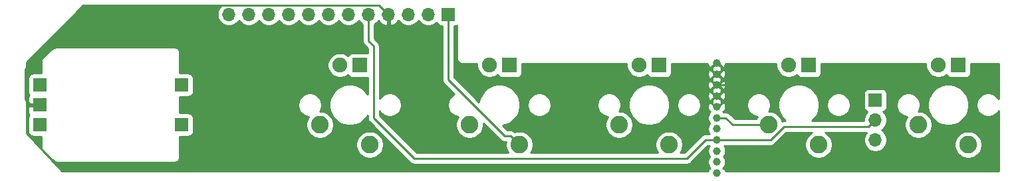
<source format=gbr>
%TF.GenerationSoftware,KiCad,Pcbnew,(5.1.5)-3*%
%TF.CreationDate,2021-10-28T23:15:05-05:00*%
%TF.ProjectId,Pikatea Macropad FK1,50696b61-7465-4612-904d-6163726f7061,rev?*%
%TF.SameCoordinates,Original*%
%TF.FileFunction,Copper,L2,Bot*%
%TF.FilePolarity,Positive*%
%FSLAX46Y46*%
G04 Gerber Fmt 4.6, Leading zero omitted, Abs format (unit mm)*
G04 Created by KiCad (PCBNEW (5.1.5)-3) date 2021-10-28 23:15:05*
%MOMM*%
%LPD*%
G04 APERTURE LIST*
%TA.AperFunction,ComponentPad*%
%ADD10O,1.700000X1.700000*%
%TD*%
%TA.AperFunction,ComponentPad*%
%ADD11R,1.700000X1.700000*%
%TD*%
%TA.AperFunction,ComponentPad*%
%ADD12C,1.000000*%
%TD*%
%TA.AperFunction,ComponentPad*%
%ADD13R,1.905000X1.905000*%
%TD*%
%TA.AperFunction,ComponentPad*%
%ADD14C,1.905000*%
%TD*%
%TA.AperFunction,ComponentPad*%
%ADD15C,2.250000*%
%TD*%
%TA.AperFunction,ViaPad*%
%ADD16C,0.800000*%
%TD*%
%TA.AperFunction,Conductor*%
%ADD17C,0.250000*%
%TD*%
%TA.AperFunction,Conductor*%
%ADD18C,0.254000*%
%TD*%
G04 APERTURE END LIST*
D10*
%TO.P,J1,12*%
%TO.N,/D4*%
X115443000Y-93345000D03*
%TO.P,J1,11*%
%TO.N,/D3*%
X117983000Y-93345000D03*
%TO.P,J1,10*%
%TO.N,/D2*%
X120523000Y-93345000D03*
%TO.P,J1,9*%
%TO.N,/D5*%
X123063000Y-93345000D03*
%TO.P,J1,8*%
%TO.N,/D9*%
X125603000Y-93345000D03*
%TO.P,J1,7*%
%TO.N,/D7*%
X128143000Y-93345000D03*
%TO.P,J1,6*%
%TO.N,/D8*%
X130683000Y-93345000D03*
%TO.P,J1,5*%
%TO.N,/D6*%
X133223000Y-93345000D03*
%TO.P,J1,4*%
%TO.N,GND*%
X135763000Y-93345000D03*
%TO.P,J1,3*%
%TO.N,N/C*%
X138303000Y-93345000D03*
%TO.P,J1,2*%
X140843000Y-93345000D03*
D11*
%TO.P,J1,1*%
%TO.N,/A0*%
X143383000Y-93345000D03*
%TD*%
D12*
%TO.P,J2,1*%
%TO.N,GND*%
X177546000Y-99580000D03*
X177546000Y-113580000D03*
%TO.P,J2,6*%
%TO.N,N/C*%
X177546000Y-112180000D03*
%TO.P,J2,5*%
X177546000Y-110780000D03*
%TO.P,J2,3*%
%TO.N,/D6*%
X177546000Y-109380000D03*
%TO.P,J2,2*%
%TO.N,/A0*%
X177546000Y-107980000D03*
%TO.P,J2,1*%
%TO.N,GND*%
X177546000Y-100980000D03*
X177546000Y-102380000D03*
X177546000Y-103780000D03*
X177546000Y-105180000D03*
%TO.P,J2,4*%
%TO.N,/D8*%
X177546000Y-106580000D03*
%TD*%
D13*
%TO.P,MX5,4*%
%TO.N,N/C*%
X208320000Y-99840000D03*
D14*
%TO.P,MX5,3*%
X205780000Y-99840000D03*
D15*
%TO.P,MX5,1*%
%TO.N,/D6*%
X203240000Y-107460000D03*
%TO.P,MX5,2*%
%TO.N,/A0*%
X209590000Y-110000000D03*
%TD*%
D13*
%TO.P,MX4,4*%
%TO.N,N/C*%
X189270000Y-99840000D03*
D14*
%TO.P,MX4,3*%
X186730000Y-99840000D03*
D15*
%TO.P,MX4,1*%
%TO.N,/D8*%
X184190000Y-107460000D03*
%TO.P,MX4,2*%
%TO.N,/A0*%
X190540000Y-110000000D03*
%TD*%
D13*
%TO.P,MX3,4*%
%TO.N,N/C*%
X170220000Y-99840000D03*
D14*
%TO.P,MX3,3*%
X167680000Y-99840000D03*
D15*
%TO.P,MX3,1*%
%TO.N,/D7*%
X165140000Y-107460000D03*
%TO.P,MX3,2*%
%TO.N,/A0*%
X171490000Y-110000000D03*
%TD*%
D13*
%TO.P,MX2,4*%
%TO.N,N/C*%
X151170000Y-99840000D03*
D14*
%TO.P,MX2,3*%
X148630000Y-99840000D03*
D15*
%TO.P,MX2,1*%
%TO.N,/D9*%
X146090000Y-107460000D03*
%TO.P,MX2,2*%
%TO.N,/A0*%
X152440000Y-110000000D03*
%TD*%
D13*
%TO.P,MX1,4*%
%TO.N,N/C*%
X132120000Y-99840000D03*
D14*
%TO.P,MX1,3*%
X129580000Y-99840000D03*
D15*
%TO.P,MX1,1*%
%TO.N,/D5*%
X127040000Y-107460000D03*
%TO.P,MX1,2*%
%TO.N,/A0*%
X133390000Y-110000000D03*
%TD*%
D10*
%TO.P,J4,3*%
%TO.N,/A0*%
X197760000Y-109390000D03*
%TO.P,J4,2*%
%TO.N,/D6*%
X197760000Y-106850000D03*
D11*
%TO.P,J4,1*%
%TO.N,/D8*%
X197760000Y-104310000D03*
%TD*%
%TO.P,SW1,S1*%
%TO.N,/D2*%
X109450000Y-102360000D03*
%TO.P,SW1,S2*%
%TO.N,/A0*%
X109450000Y-107440000D03*
%TO.P,SW1,C*%
%TO.N,GND*%
X91350000Y-104900000D03*
%TO.P,SW1,B*%
%TO.N,/D3*%
X91350000Y-102360000D03*
%TO.P,SW1,A*%
%TO.N,/D4*%
X91350000Y-107440000D03*
%TD*%
D16*
%TO.N,GND*%
X127000000Y-96139000D03*
X121920000Y-95377000D03*
X129413000Y-96139000D03*
X113157000Y-94869000D03*
X113411000Y-97663000D03*
X109601000Y-110109000D03*
X110109000Y-97409000D03*
X161036000Y-104902000D03*
%TD*%
D17*
%TO.N,GND*%
X178253106Y-102380000D02*
X178271106Y-102362000D01*
X177546000Y-102380000D02*
X178253106Y-102380000D01*
X178271106Y-102362000D02*
X178943000Y-102362000D01*
X134587999Y-92169999D02*
X97695001Y-92169999D01*
X135763000Y-93345000D02*
X134587999Y-92169999D01*
X97695001Y-92169999D02*
X89535000Y-100330000D01*
X90250000Y-104900000D02*
X91350000Y-104900000D01*
X89535000Y-104185000D02*
X90250000Y-104900000D01*
X89535000Y-100330000D02*
X89535000Y-104185000D01*
%TO.N,/A0*%
X151315001Y-108875001D02*
X152440000Y-110000000D01*
X150551003Y-108875001D02*
X151315001Y-108875001D01*
X143383000Y-101706998D02*
X150551003Y-108875001D01*
X143383000Y-93345000D02*
X143383000Y-101706998D01*
%TO.N,/D9*%
X146090000Y-107460000D02*
X145600000Y-107950000D01*
%TO.N,/D2*%
X109450000Y-102360000D02*
X110041002Y-102360000D01*
%TO.N,/A0*%
X177516000Y-107950000D02*
X177546000Y-107980000D01*
%TO.N,/D6*%
X133223000Y-96739002D02*
X133858000Y-97374002D01*
X133223000Y-93345000D02*
X133223000Y-96739002D01*
X133858000Y-97374002D02*
X133858000Y-106553000D01*
X133858000Y-106553000D02*
X139065000Y-111760000D01*
X139065000Y-111760000D02*
X173736000Y-111760000D01*
X176116000Y-109380000D02*
X177546000Y-109380000D01*
X173736000Y-111760000D02*
X176116000Y-109380000D01*
X184416002Y-109380000D02*
X177546000Y-109380000D01*
X186096003Y-107699999D02*
X184416002Y-109380000D01*
X197760000Y-106850000D02*
X196910001Y-107699999D01*
X196910001Y-107699999D02*
X186096003Y-107699999D01*
%TO.N,/D8*%
X178716000Y-106580000D02*
X177546000Y-106580000D01*
X184190000Y-107460000D02*
X179596000Y-107460000D01*
X179596000Y-107460000D02*
X178716000Y-106580000D01*
%TD*%
D18*
%TO.N,GND*%
G36*
X114289525Y-92398368D02*
G01*
X114127010Y-92641589D01*
X114015068Y-92911842D01*
X113958000Y-93198740D01*
X113958000Y-93491260D01*
X114015068Y-93778158D01*
X114127010Y-94048411D01*
X114289525Y-94291632D01*
X114496368Y-94498475D01*
X114739589Y-94660990D01*
X115009842Y-94772932D01*
X115296740Y-94830000D01*
X115589260Y-94830000D01*
X115876158Y-94772932D01*
X116146411Y-94660990D01*
X116389632Y-94498475D01*
X116596475Y-94291632D01*
X116713000Y-94117240D01*
X116829525Y-94291632D01*
X117036368Y-94498475D01*
X117279589Y-94660990D01*
X117549842Y-94772932D01*
X117836740Y-94830000D01*
X118129260Y-94830000D01*
X118416158Y-94772932D01*
X118686411Y-94660990D01*
X118929632Y-94498475D01*
X119136475Y-94291632D01*
X119253000Y-94117240D01*
X119369525Y-94291632D01*
X119576368Y-94498475D01*
X119819589Y-94660990D01*
X120089842Y-94772932D01*
X120376740Y-94830000D01*
X120669260Y-94830000D01*
X120956158Y-94772932D01*
X121226411Y-94660990D01*
X121469632Y-94498475D01*
X121676475Y-94291632D01*
X121793000Y-94117240D01*
X121909525Y-94291632D01*
X122116368Y-94498475D01*
X122359589Y-94660990D01*
X122629842Y-94772932D01*
X122916740Y-94830000D01*
X123209260Y-94830000D01*
X123496158Y-94772932D01*
X123766411Y-94660990D01*
X124009632Y-94498475D01*
X124216475Y-94291632D01*
X124333000Y-94117240D01*
X124449525Y-94291632D01*
X124656368Y-94498475D01*
X124899589Y-94660990D01*
X125169842Y-94772932D01*
X125456740Y-94830000D01*
X125749260Y-94830000D01*
X126036158Y-94772932D01*
X126306411Y-94660990D01*
X126549632Y-94498475D01*
X126756475Y-94291632D01*
X126873000Y-94117240D01*
X126989525Y-94291632D01*
X127196368Y-94498475D01*
X127439589Y-94660990D01*
X127709842Y-94772932D01*
X127996740Y-94830000D01*
X128289260Y-94830000D01*
X128576158Y-94772932D01*
X128846411Y-94660990D01*
X129089632Y-94498475D01*
X129296475Y-94291632D01*
X129413000Y-94117240D01*
X129529525Y-94291632D01*
X129736368Y-94498475D01*
X129979589Y-94660990D01*
X130249842Y-94772932D01*
X130536740Y-94830000D01*
X130829260Y-94830000D01*
X131116158Y-94772932D01*
X131386411Y-94660990D01*
X131629632Y-94498475D01*
X131836475Y-94291632D01*
X131953000Y-94117240D01*
X132069525Y-94291632D01*
X132276368Y-94498475D01*
X132463000Y-94623179D01*
X132463001Y-96701670D01*
X132459324Y-96739002D01*
X132473998Y-96887987D01*
X132517454Y-97031248D01*
X132588026Y-97163278D01*
X132659201Y-97250004D01*
X132683000Y-97279003D01*
X132711998Y-97302801D01*
X133098000Y-97688804D01*
X133098000Y-98251939D01*
X133072500Y-98249428D01*
X131167500Y-98249428D01*
X131043018Y-98261688D01*
X130923320Y-98297998D01*
X130813006Y-98356963D01*
X130716315Y-98436315D01*
X130636963Y-98533006D01*
X130595549Y-98610485D01*
X130591972Y-98606908D01*
X130331963Y-98433176D01*
X130043057Y-98313507D01*
X129736355Y-98252500D01*
X129423645Y-98252500D01*
X129116943Y-98313507D01*
X128828037Y-98433176D01*
X128568028Y-98606908D01*
X128346908Y-98828028D01*
X128173176Y-99088037D01*
X128053507Y-99376943D01*
X127992500Y-99683645D01*
X127992500Y-99996355D01*
X128053507Y-100303057D01*
X128173176Y-100591963D01*
X128346908Y-100851972D01*
X128568028Y-101073092D01*
X128828037Y-101246824D01*
X129116943Y-101366493D01*
X129423645Y-101427500D01*
X129736355Y-101427500D01*
X130043057Y-101366493D01*
X130331963Y-101246824D01*
X130591972Y-101073092D01*
X130595549Y-101069515D01*
X130636963Y-101146994D01*
X130716315Y-101243685D01*
X130813006Y-101323037D01*
X130923320Y-101382002D01*
X131043018Y-101418312D01*
X131167500Y-101430572D01*
X133072500Y-101430572D01*
X133098000Y-101428061D01*
X133098001Y-103552476D01*
X132892000Y-103244174D01*
X132525826Y-102878000D01*
X132095251Y-102590299D01*
X131616822Y-102392127D01*
X131108924Y-102291100D01*
X130591076Y-102291100D01*
X130083178Y-102392127D01*
X129604749Y-102590299D01*
X129174174Y-102878000D01*
X128808000Y-103244174D01*
X128520299Y-103674749D01*
X128322127Y-104153178D01*
X128221100Y-104661076D01*
X128221100Y-105178924D01*
X128322127Y-105686822D01*
X128520299Y-106165251D01*
X128808000Y-106595826D01*
X129174174Y-106962000D01*
X129604749Y-107249701D01*
X130083178Y-107447873D01*
X130591076Y-107548900D01*
X131108924Y-107548900D01*
X131616822Y-107447873D01*
X132095251Y-107249701D01*
X132525826Y-106962000D01*
X132892000Y-106595826D01*
X133098001Y-106287524D01*
X133098001Y-106515668D01*
X133094324Y-106553000D01*
X133098001Y-106590333D01*
X133108998Y-106701986D01*
X133117188Y-106728985D01*
X133152454Y-106845246D01*
X133223026Y-106977276D01*
X133245185Y-107004276D01*
X133318000Y-107093001D01*
X133346998Y-107116799D01*
X138501201Y-112271003D01*
X138524999Y-112300001D01*
X138553997Y-112323799D01*
X138640723Y-112394974D01*
X138729617Y-112442489D01*
X138772753Y-112465546D01*
X138916014Y-112509003D01*
X139027667Y-112520000D01*
X139027677Y-112520000D01*
X139064999Y-112523676D01*
X139102322Y-112520000D01*
X173698678Y-112520000D01*
X173736000Y-112523676D01*
X173773322Y-112520000D01*
X173773333Y-112520000D01*
X173884986Y-112509003D01*
X174028247Y-112465546D01*
X174160276Y-112394974D01*
X174276001Y-112300001D01*
X174299804Y-112270997D01*
X176430802Y-110140000D01*
X176608582Y-110140000D01*
X176540176Y-110242376D01*
X176454617Y-110448933D01*
X176411000Y-110668212D01*
X176411000Y-110891788D01*
X176454617Y-111111067D01*
X176540176Y-111317624D01*
X176648672Y-111480000D01*
X176540176Y-111642376D01*
X176454617Y-111848933D01*
X176411000Y-112068212D01*
X176411000Y-112291788D01*
X176454617Y-112511067D01*
X176540176Y-112717624D01*
X176664388Y-112903520D01*
X176745913Y-112985045D01*
X176554412Y-113016550D01*
X176463542Y-113220826D01*
X176436616Y-113340000D01*
X94184933Y-113340000D01*
X89660000Y-108538032D01*
X89660000Y-101510000D01*
X89861928Y-101510000D01*
X89861928Y-103210000D01*
X89874188Y-103334482D01*
X89910498Y-103454180D01*
X89969463Y-103564494D01*
X90023222Y-103630000D01*
X89969463Y-103695506D01*
X89910498Y-103805820D01*
X89874188Y-103925518D01*
X89861928Y-104050000D01*
X89865000Y-104614250D01*
X90023750Y-104773000D01*
X91223000Y-104773000D01*
X91223000Y-104753000D01*
X91477000Y-104753000D01*
X91477000Y-104773000D01*
X91497000Y-104773000D01*
X91497000Y-105027000D01*
X91477000Y-105027000D01*
X91477000Y-105047000D01*
X91223000Y-105047000D01*
X91223000Y-105027000D01*
X90023750Y-105027000D01*
X89865000Y-105185750D01*
X89861928Y-105750000D01*
X89874188Y-105874482D01*
X89910498Y-105994180D01*
X89969463Y-106104494D01*
X90023222Y-106170000D01*
X89969463Y-106235506D01*
X89910498Y-106345820D01*
X89874188Y-106465518D01*
X89861928Y-106590000D01*
X89861928Y-108290000D01*
X89874188Y-108414482D01*
X89910498Y-108534180D01*
X89969463Y-108644494D01*
X90048815Y-108741185D01*
X90145506Y-108820537D01*
X90255820Y-108879502D01*
X90375518Y-108915812D01*
X90500000Y-108928072D01*
X91542001Y-108928072D01*
X91542001Y-110207648D01*
X91538858Y-110244163D01*
X91545582Y-110304774D01*
X91551551Y-110365383D01*
X91552740Y-110369301D01*
X91553192Y-110373379D01*
X91571611Y-110431510D01*
X91589291Y-110489793D01*
X91591223Y-110493407D01*
X91592461Y-110497315D01*
X91621859Y-110550724D01*
X91650576Y-110604450D01*
X91653174Y-110607616D01*
X91655152Y-110611209D01*
X91694399Y-110657848D01*
X91733053Y-110704948D01*
X91761381Y-110728197D01*
X93112972Y-112046917D01*
X93131052Y-112068948D01*
X93159377Y-112092193D01*
X93162293Y-112095039D01*
X93184450Y-112112771D01*
X93231550Y-112151425D01*
X93235166Y-112153358D01*
X93238365Y-112155918D01*
X93292439Y-112183971D01*
X93346207Y-112212710D01*
X93350132Y-112213901D01*
X93353768Y-112215787D01*
X93412268Y-112232750D01*
X93470617Y-112250450D01*
X93474698Y-112250852D01*
X93478633Y-112251993D01*
X93539314Y-112257216D01*
X93567581Y-112260000D01*
X93571659Y-112260000D01*
X93608163Y-112263142D01*
X93636487Y-112260000D01*
X108467581Y-112260000D01*
X108500000Y-112263193D01*
X108532419Y-112260000D01*
X108629383Y-112250450D01*
X108753793Y-112212710D01*
X108868450Y-112151425D01*
X108968948Y-112068948D01*
X109051425Y-111968450D01*
X109112710Y-111853793D01*
X109150450Y-111729383D01*
X109163193Y-111600000D01*
X109160000Y-111567581D01*
X109160000Y-109826655D01*
X131630000Y-109826655D01*
X131630000Y-110173345D01*
X131697636Y-110513373D01*
X131830308Y-110833673D01*
X132022919Y-111121935D01*
X132268065Y-111367081D01*
X132556327Y-111559692D01*
X132876627Y-111692364D01*
X133216655Y-111760000D01*
X133563345Y-111760000D01*
X133903373Y-111692364D01*
X134223673Y-111559692D01*
X134511935Y-111367081D01*
X134757081Y-111121935D01*
X134949692Y-110833673D01*
X135082364Y-110513373D01*
X135150000Y-110173345D01*
X135150000Y-109826655D01*
X135082364Y-109486627D01*
X134949692Y-109166327D01*
X134757081Y-108878065D01*
X134511935Y-108632919D01*
X134223673Y-108440308D01*
X133903373Y-108307636D01*
X133563345Y-108240000D01*
X133216655Y-108240000D01*
X132876627Y-108307636D01*
X132556327Y-108440308D01*
X132268065Y-108632919D01*
X132022919Y-108878065D01*
X131830308Y-109166327D01*
X131697636Y-109486627D01*
X131630000Y-109826655D01*
X109160000Y-109826655D01*
X109160000Y-108928072D01*
X110300000Y-108928072D01*
X110424482Y-108915812D01*
X110544180Y-108879502D01*
X110654494Y-108820537D01*
X110751185Y-108741185D01*
X110830537Y-108644494D01*
X110889502Y-108534180D01*
X110925812Y-108414482D01*
X110938072Y-108290000D01*
X110938072Y-106590000D01*
X110925812Y-106465518D01*
X110889502Y-106345820D01*
X110830537Y-106235506D01*
X110751185Y-106138815D01*
X110654494Y-106059463D01*
X110544180Y-106000498D01*
X110424482Y-105964188D01*
X110300000Y-105951928D01*
X109160000Y-105951928D01*
X109160000Y-104771278D01*
X124260000Y-104771278D01*
X124260000Y-105068722D01*
X124318029Y-105360451D01*
X124431856Y-105635253D01*
X124597107Y-105882569D01*
X124807431Y-106092893D01*
X125054747Y-106258144D01*
X125329549Y-106371971D01*
X125612638Y-106428281D01*
X125480308Y-106626327D01*
X125347636Y-106946627D01*
X125280000Y-107286655D01*
X125280000Y-107633345D01*
X125347636Y-107973373D01*
X125480308Y-108293673D01*
X125672919Y-108581935D01*
X125918065Y-108827081D01*
X126206327Y-109019692D01*
X126526627Y-109152364D01*
X126866655Y-109220000D01*
X127213345Y-109220000D01*
X127553373Y-109152364D01*
X127873673Y-109019692D01*
X128161935Y-108827081D01*
X128407081Y-108581935D01*
X128599692Y-108293673D01*
X128732364Y-107973373D01*
X128800000Y-107633345D01*
X128800000Y-107286655D01*
X128732364Y-106946627D01*
X128599692Y-106626327D01*
X128407081Y-106338065D01*
X128161935Y-106092919D01*
X127873673Y-105900308D01*
X127553373Y-105767636D01*
X127213345Y-105700000D01*
X127064882Y-105700000D01*
X127108144Y-105635253D01*
X127221971Y-105360451D01*
X127280000Y-105068722D01*
X127280000Y-104771278D01*
X127221971Y-104479549D01*
X127108144Y-104204747D01*
X126942893Y-103957431D01*
X126732569Y-103747107D01*
X126485253Y-103581856D01*
X126210451Y-103468029D01*
X125918722Y-103410000D01*
X125621278Y-103410000D01*
X125329549Y-103468029D01*
X125054747Y-103581856D01*
X124807431Y-103747107D01*
X124597107Y-103957431D01*
X124431856Y-104204747D01*
X124318029Y-104479549D01*
X124260000Y-104771278D01*
X109160000Y-104771278D01*
X109160000Y-103848072D01*
X110300000Y-103848072D01*
X110424482Y-103835812D01*
X110544180Y-103799502D01*
X110654494Y-103740537D01*
X110751185Y-103661185D01*
X110830537Y-103564494D01*
X110889502Y-103454180D01*
X110925812Y-103334482D01*
X110938072Y-103210000D01*
X110938072Y-101510000D01*
X110925812Y-101385518D01*
X110889502Y-101265820D01*
X110830537Y-101155506D01*
X110751185Y-101058815D01*
X110654494Y-100979463D01*
X110544180Y-100920498D01*
X110424482Y-100884188D01*
X110300000Y-100871928D01*
X109160000Y-100871928D01*
X109160000Y-98232419D01*
X109163193Y-98200000D01*
X109150450Y-98070617D01*
X109112710Y-97946207D01*
X109051425Y-97831550D01*
X108968948Y-97731052D01*
X108868450Y-97648575D01*
X108753793Y-97587290D01*
X108629383Y-97549550D01*
X108532419Y-97540000D01*
X108500000Y-97536807D01*
X108467581Y-97540000D01*
X93526074Y-97540000D01*
X93515304Y-97538223D01*
X93461191Y-97540000D01*
X93439581Y-97540000D01*
X93428772Y-97541065D01*
X93385365Y-97542490D01*
X93364224Y-97547422D01*
X93342617Y-97549550D01*
X93301048Y-97562160D01*
X93258757Y-97572026D01*
X93238985Y-97580987D01*
X93218207Y-97587290D01*
X93179906Y-97607762D01*
X93140342Y-97625693D01*
X93122694Y-97638342D01*
X93103550Y-97648575D01*
X93069974Y-97676130D01*
X93061150Y-97682455D01*
X93044916Y-97696695D01*
X93003052Y-97731052D01*
X92996124Y-97739493D01*
X91774936Y-98810678D01*
X91733052Y-98845052D01*
X91705492Y-98878635D01*
X91675811Y-98910331D01*
X91664351Y-98928765D01*
X91650575Y-98945551D01*
X91630096Y-98983865D01*
X91607170Y-99020742D01*
X91599526Y-99041057D01*
X91589290Y-99060208D01*
X91576680Y-99101777D01*
X91561387Y-99142422D01*
X91557853Y-99163839D01*
X91551550Y-99184618D01*
X91547292Y-99227852D01*
X91540223Y-99270696D01*
X91542000Y-99324796D01*
X91542000Y-100871928D01*
X90500000Y-100871928D01*
X90375518Y-100884188D01*
X90255820Y-100920498D01*
X90145506Y-100979463D01*
X90048815Y-101058815D01*
X89969463Y-101155506D01*
X89910498Y-101265820D01*
X89874188Y-101385518D01*
X89861928Y-101510000D01*
X89660000Y-101510000D01*
X89660000Y-99473734D01*
X96920027Y-92227000D01*
X114460893Y-92227000D01*
X114289525Y-92398368D01*
G37*
X114289525Y-92398368D02*
X114127010Y-92641589D01*
X114015068Y-92911842D01*
X113958000Y-93198740D01*
X113958000Y-93491260D01*
X114015068Y-93778158D01*
X114127010Y-94048411D01*
X114289525Y-94291632D01*
X114496368Y-94498475D01*
X114739589Y-94660990D01*
X115009842Y-94772932D01*
X115296740Y-94830000D01*
X115589260Y-94830000D01*
X115876158Y-94772932D01*
X116146411Y-94660990D01*
X116389632Y-94498475D01*
X116596475Y-94291632D01*
X116713000Y-94117240D01*
X116829525Y-94291632D01*
X117036368Y-94498475D01*
X117279589Y-94660990D01*
X117549842Y-94772932D01*
X117836740Y-94830000D01*
X118129260Y-94830000D01*
X118416158Y-94772932D01*
X118686411Y-94660990D01*
X118929632Y-94498475D01*
X119136475Y-94291632D01*
X119253000Y-94117240D01*
X119369525Y-94291632D01*
X119576368Y-94498475D01*
X119819589Y-94660990D01*
X120089842Y-94772932D01*
X120376740Y-94830000D01*
X120669260Y-94830000D01*
X120956158Y-94772932D01*
X121226411Y-94660990D01*
X121469632Y-94498475D01*
X121676475Y-94291632D01*
X121793000Y-94117240D01*
X121909525Y-94291632D01*
X122116368Y-94498475D01*
X122359589Y-94660990D01*
X122629842Y-94772932D01*
X122916740Y-94830000D01*
X123209260Y-94830000D01*
X123496158Y-94772932D01*
X123766411Y-94660990D01*
X124009632Y-94498475D01*
X124216475Y-94291632D01*
X124333000Y-94117240D01*
X124449525Y-94291632D01*
X124656368Y-94498475D01*
X124899589Y-94660990D01*
X125169842Y-94772932D01*
X125456740Y-94830000D01*
X125749260Y-94830000D01*
X126036158Y-94772932D01*
X126306411Y-94660990D01*
X126549632Y-94498475D01*
X126756475Y-94291632D01*
X126873000Y-94117240D01*
X126989525Y-94291632D01*
X127196368Y-94498475D01*
X127439589Y-94660990D01*
X127709842Y-94772932D01*
X127996740Y-94830000D01*
X128289260Y-94830000D01*
X128576158Y-94772932D01*
X128846411Y-94660990D01*
X129089632Y-94498475D01*
X129296475Y-94291632D01*
X129413000Y-94117240D01*
X129529525Y-94291632D01*
X129736368Y-94498475D01*
X129979589Y-94660990D01*
X130249842Y-94772932D01*
X130536740Y-94830000D01*
X130829260Y-94830000D01*
X131116158Y-94772932D01*
X131386411Y-94660990D01*
X131629632Y-94498475D01*
X131836475Y-94291632D01*
X131953000Y-94117240D01*
X132069525Y-94291632D01*
X132276368Y-94498475D01*
X132463000Y-94623179D01*
X132463001Y-96701670D01*
X132459324Y-96739002D01*
X132473998Y-96887987D01*
X132517454Y-97031248D01*
X132588026Y-97163278D01*
X132659201Y-97250004D01*
X132683000Y-97279003D01*
X132711998Y-97302801D01*
X133098000Y-97688804D01*
X133098000Y-98251939D01*
X133072500Y-98249428D01*
X131167500Y-98249428D01*
X131043018Y-98261688D01*
X130923320Y-98297998D01*
X130813006Y-98356963D01*
X130716315Y-98436315D01*
X130636963Y-98533006D01*
X130595549Y-98610485D01*
X130591972Y-98606908D01*
X130331963Y-98433176D01*
X130043057Y-98313507D01*
X129736355Y-98252500D01*
X129423645Y-98252500D01*
X129116943Y-98313507D01*
X128828037Y-98433176D01*
X128568028Y-98606908D01*
X128346908Y-98828028D01*
X128173176Y-99088037D01*
X128053507Y-99376943D01*
X127992500Y-99683645D01*
X127992500Y-99996355D01*
X128053507Y-100303057D01*
X128173176Y-100591963D01*
X128346908Y-100851972D01*
X128568028Y-101073092D01*
X128828037Y-101246824D01*
X129116943Y-101366493D01*
X129423645Y-101427500D01*
X129736355Y-101427500D01*
X130043057Y-101366493D01*
X130331963Y-101246824D01*
X130591972Y-101073092D01*
X130595549Y-101069515D01*
X130636963Y-101146994D01*
X130716315Y-101243685D01*
X130813006Y-101323037D01*
X130923320Y-101382002D01*
X131043018Y-101418312D01*
X131167500Y-101430572D01*
X133072500Y-101430572D01*
X133098000Y-101428061D01*
X133098001Y-103552476D01*
X132892000Y-103244174D01*
X132525826Y-102878000D01*
X132095251Y-102590299D01*
X131616822Y-102392127D01*
X131108924Y-102291100D01*
X130591076Y-102291100D01*
X130083178Y-102392127D01*
X129604749Y-102590299D01*
X129174174Y-102878000D01*
X128808000Y-103244174D01*
X128520299Y-103674749D01*
X128322127Y-104153178D01*
X128221100Y-104661076D01*
X128221100Y-105178924D01*
X128322127Y-105686822D01*
X128520299Y-106165251D01*
X128808000Y-106595826D01*
X129174174Y-106962000D01*
X129604749Y-107249701D01*
X130083178Y-107447873D01*
X130591076Y-107548900D01*
X131108924Y-107548900D01*
X131616822Y-107447873D01*
X132095251Y-107249701D01*
X132525826Y-106962000D01*
X132892000Y-106595826D01*
X133098001Y-106287524D01*
X133098001Y-106515668D01*
X133094324Y-106553000D01*
X133098001Y-106590333D01*
X133108998Y-106701986D01*
X133117188Y-106728985D01*
X133152454Y-106845246D01*
X133223026Y-106977276D01*
X133245185Y-107004276D01*
X133318000Y-107093001D01*
X133346998Y-107116799D01*
X138501201Y-112271003D01*
X138524999Y-112300001D01*
X138553997Y-112323799D01*
X138640723Y-112394974D01*
X138729617Y-112442489D01*
X138772753Y-112465546D01*
X138916014Y-112509003D01*
X139027667Y-112520000D01*
X139027677Y-112520000D01*
X139064999Y-112523676D01*
X139102322Y-112520000D01*
X173698678Y-112520000D01*
X173736000Y-112523676D01*
X173773322Y-112520000D01*
X173773333Y-112520000D01*
X173884986Y-112509003D01*
X174028247Y-112465546D01*
X174160276Y-112394974D01*
X174276001Y-112300001D01*
X174299804Y-112270997D01*
X176430802Y-110140000D01*
X176608582Y-110140000D01*
X176540176Y-110242376D01*
X176454617Y-110448933D01*
X176411000Y-110668212D01*
X176411000Y-110891788D01*
X176454617Y-111111067D01*
X176540176Y-111317624D01*
X176648672Y-111480000D01*
X176540176Y-111642376D01*
X176454617Y-111848933D01*
X176411000Y-112068212D01*
X176411000Y-112291788D01*
X176454617Y-112511067D01*
X176540176Y-112717624D01*
X176664388Y-112903520D01*
X176745913Y-112985045D01*
X176554412Y-113016550D01*
X176463542Y-113220826D01*
X176436616Y-113340000D01*
X94184933Y-113340000D01*
X89660000Y-108538032D01*
X89660000Y-101510000D01*
X89861928Y-101510000D01*
X89861928Y-103210000D01*
X89874188Y-103334482D01*
X89910498Y-103454180D01*
X89969463Y-103564494D01*
X90023222Y-103630000D01*
X89969463Y-103695506D01*
X89910498Y-103805820D01*
X89874188Y-103925518D01*
X89861928Y-104050000D01*
X89865000Y-104614250D01*
X90023750Y-104773000D01*
X91223000Y-104773000D01*
X91223000Y-104753000D01*
X91477000Y-104753000D01*
X91477000Y-104773000D01*
X91497000Y-104773000D01*
X91497000Y-105027000D01*
X91477000Y-105027000D01*
X91477000Y-105047000D01*
X91223000Y-105047000D01*
X91223000Y-105027000D01*
X90023750Y-105027000D01*
X89865000Y-105185750D01*
X89861928Y-105750000D01*
X89874188Y-105874482D01*
X89910498Y-105994180D01*
X89969463Y-106104494D01*
X90023222Y-106170000D01*
X89969463Y-106235506D01*
X89910498Y-106345820D01*
X89874188Y-106465518D01*
X89861928Y-106590000D01*
X89861928Y-108290000D01*
X89874188Y-108414482D01*
X89910498Y-108534180D01*
X89969463Y-108644494D01*
X90048815Y-108741185D01*
X90145506Y-108820537D01*
X90255820Y-108879502D01*
X90375518Y-108915812D01*
X90500000Y-108928072D01*
X91542001Y-108928072D01*
X91542001Y-110207648D01*
X91538858Y-110244163D01*
X91545582Y-110304774D01*
X91551551Y-110365383D01*
X91552740Y-110369301D01*
X91553192Y-110373379D01*
X91571611Y-110431510D01*
X91589291Y-110489793D01*
X91591223Y-110493407D01*
X91592461Y-110497315D01*
X91621859Y-110550724D01*
X91650576Y-110604450D01*
X91653174Y-110607616D01*
X91655152Y-110611209D01*
X91694399Y-110657848D01*
X91733053Y-110704948D01*
X91761381Y-110728197D01*
X93112972Y-112046917D01*
X93131052Y-112068948D01*
X93159377Y-112092193D01*
X93162293Y-112095039D01*
X93184450Y-112112771D01*
X93231550Y-112151425D01*
X93235166Y-112153358D01*
X93238365Y-112155918D01*
X93292439Y-112183971D01*
X93346207Y-112212710D01*
X93350132Y-112213901D01*
X93353768Y-112215787D01*
X93412268Y-112232750D01*
X93470617Y-112250450D01*
X93474698Y-112250852D01*
X93478633Y-112251993D01*
X93539314Y-112257216D01*
X93567581Y-112260000D01*
X93571659Y-112260000D01*
X93608163Y-112263142D01*
X93636487Y-112260000D01*
X108467581Y-112260000D01*
X108500000Y-112263193D01*
X108532419Y-112260000D01*
X108629383Y-112250450D01*
X108753793Y-112212710D01*
X108868450Y-112151425D01*
X108968948Y-112068948D01*
X109051425Y-111968450D01*
X109112710Y-111853793D01*
X109150450Y-111729383D01*
X109163193Y-111600000D01*
X109160000Y-111567581D01*
X109160000Y-109826655D01*
X131630000Y-109826655D01*
X131630000Y-110173345D01*
X131697636Y-110513373D01*
X131830308Y-110833673D01*
X132022919Y-111121935D01*
X132268065Y-111367081D01*
X132556327Y-111559692D01*
X132876627Y-111692364D01*
X133216655Y-111760000D01*
X133563345Y-111760000D01*
X133903373Y-111692364D01*
X134223673Y-111559692D01*
X134511935Y-111367081D01*
X134757081Y-111121935D01*
X134949692Y-110833673D01*
X135082364Y-110513373D01*
X135150000Y-110173345D01*
X135150000Y-109826655D01*
X135082364Y-109486627D01*
X134949692Y-109166327D01*
X134757081Y-108878065D01*
X134511935Y-108632919D01*
X134223673Y-108440308D01*
X133903373Y-108307636D01*
X133563345Y-108240000D01*
X133216655Y-108240000D01*
X132876627Y-108307636D01*
X132556327Y-108440308D01*
X132268065Y-108632919D01*
X132022919Y-108878065D01*
X131830308Y-109166327D01*
X131697636Y-109486627D01*
X131630000Y-109826655D01*
X109160000Y-109826655D01*
X109160000Y-108928072D01*
X110300000Y-108928072D01*
X110424482Y-108915812D01*
X110544180Y-108879502D01*
X110654494Y-108820537D01*
X110751185Y-108741185D01*
X110830537Y-108644494D01*
X110889502Y-108534180D01*
X110925812Y-108414482D01*
X110938072Y-108290000D01*
X110938072Y-106590000D01*
X110925812Y-106465518D01*
X110889502Y-106345820D01*
X110830537Y-106235506D01*
X110751185Y-106138815D01*
X110654494Y-106059463D01*
X110544180Y-106000498D01*
X110424482Y-105964188D01*
X110300000Y-105951928D01*
X109160000Y-105951928D01*
X109160000Y-104771278D01*
X124260000Y-104771278D01*
X124260000Y-105068722D01*
X124318029Y-105360451D01*
X124431856Y-105635253D01*
X124597107Y-105882569D01*
X124807431Y-106092893D01*
X125054747Y-106258144D01*
X125329549Y-106371971D01*
X125612638Y-106428281D01*
X125480308Y-106626327D01*
X125347636Y-106946627D01*
X125280000Y-107286655D01*
X125280000Y-107633345D01*
X125347636Y-107973373D01*
X125480308Y-108293673D01*
X125672919Y-108581935D01*
X125918065Y-108827081D01*
X126206327Y-109019692D01*
X126526627Y-109152364D01*
X126866655Y-109220000D01*
X127213345Y-109220000D01*
X127553373Y-109152364D01*
X127873673Y-109019692D01*
X128161935Y-108827081D01*
X128407081Y-108581935D01*
X128599692Y-108293673D01*
X128732364Y-107973373D01*
X128800000Y-107633345D01*
X128800000Y-107286655D01*
X128732364Y-106946627D01*
X128599692Y-106626327D01*
X128407081Y-106338065D01*
X128161935Y-106092919D01*
X127873673Y-105900308D01*
X127553373Y-105767636D01*
X127213345Y-105700000D01*
X127064882Y-105700000D01*
X127108144Y-105635253D01*
X127221971Y-105360451D01*
X127280000Y-105068722D01*
X127280000Y-104771278D01*
X127221971Y-104479549D01*
X127108144Y-104204747D01*
X126942893Y-103957431D01*
X126732569Y-103747107D01*
X126485253Y-103581856D01*
X126210451Y-103468029D01*
X125918722Y-103410000D01*
X125621278Y-103410000D01*
X125329549Y-103468029D01*
X125054747Y-103581856D01*
X124807431Y-103747107D01*
X124597107Y-103957431D01*
X124431856Y-104204747D01*
X124318029Y-104479549D01*
X124260000Y-104771278D01*
X109160000Y-104771278D01*
X109160000Y-103848072D01*
X110300000Y-103848072D01*
X110424482Y-103835812D01*
X110544180Y-103799502D01*
X110654494Y-103740537D01*
X110751185Y-103661185D01*
X110830537Y-103564494D01*
X110889502Y-103454180D01*
X110925812Y-103334482D01*
X110938072Y-103210000D01*
X110938072Y-101510000D01*
X110925812Y-101385518D01*
X110889502Y-101265820D01*
X110830537Y-101155506D01*
X110751185Y-101058815D01*
X110654494Y-100979463D01*
X110544180Y-100920498D01*
X110424482Y-100884188D01*
X110300000Y-100871928D01*
X109160000Y-100871928D01*
X109160000Y-98232419D01*
X109163193Y-98200000D01*
X109150450Y-98070617D01*
X109112710Y-97946207D01*
X109051425Y-97831550D01*
X108968948Y-97731052D01*
X108868450Y-97648575D01*
X108753793Y-97587290D01*
X108629383Y-97549550D01*
X108532419Y-97540000D01*
X108500000Y-97536807D01*
X108467581Y-97540000D01*
X93526074Y-97540000D01*
X93515304Y-97538223D01*
X93461191Y-97540000D01*
X93439581Y-97540000D01*
X93428772Y-97541065D01*
X93385365Y-97542490D01*
X93364224Y-97547422D01*
X93342617Y-97549550D01*
X93301048Y-97562160D01*
X93258757Y-97572026D01*
X93238985Y-97580987D01*
X93218207Y-97587290D01*
X93179906Y-97607762D01*
X93140342Y-97625693D01*
X93122694Y-97638342D01*
X93103550Y-97648575D01*
X93069974Y-97676130D01*
X93061150Y-97682455D01*
X93044916Y-97696695D01*
X93003052Y-97731052D01*
X92996124Y-97739493D01*
X91774936Y-98810678D01*
X91733052Y-98845052D01*
X91705492Y-98878635D01*
X91675811Y-98910331D01*
X91664351Y-98928765D01*
X91650575Y-98945551D01*
X91630096Y-98983865D01*
X91607170Y-99020742D01*
X91599526Y-99041057D01*
X91589290Y-99060208D01*
X91576680Y-99101777D01*
X91561387Y-99142422D01*
X91557853Y-99163839D01*
X91551550Y-99184618D01*
X91547292Y-99227852D01*
X91540223Y-99270696D01*
X91542000Y-99324796D01*
X91542000Y-100871928D01*
X90500000Y-100871928D01*
X90375518Y-100884188D01*
X90255820Y-100920498D01*
X90145506Y-100979463D01*
X90048815Y-101058815D01*
X89969463Y-101155506D01*
X89910498Y-101265820D01*
X89874188Y-101385518D01*
X89861928Y-101510000D01*
X89660000Y-101510000D01*
X89660000Y-99473734D01*
X96920027Y-92227000D01*
X114460893Y-92227000D01*
X114289525Y-92398368D01*
G36*
X144501001Y-98967571D02*
G01*
X144497807Y-99000000D01*
X144510550Y-99129383D01*
X144548290Y-99253793D01*
X144609575Y-99368450D01*
X144692052Y-99468948D01*
X144792550Y-99551425D01*
X144907207Y-99612710D01*
X145031617Y-99650450D01*
X145128581Y-99660000D01*
X145161000Y-99663193D01*
X145193419Y-99660000D01*
X147047203Y-99660000D01*
X147042500Y-99683645D01*
X147042500Y-99996355D01*
X147103507Y-100303057D01*
X147223176Y-100591963D01*
X147396908Y-100851972D01*
X147618028Y-101073092D01*
X147878037Y-101246824D01*
X148166943Y-101366493D01*
X148473645Y-101427500D01*
X148786355Y-101427500D01*
X149093057Y-101366493D01*
X149381963Y-101246824D01*
X149641972Y-101073092D01*
X149645549Y-101069515D01*
X149686963Y-101146994D01*
X149766315Y-101243685D01*
X149863006Y-101323037D01*
X149973320Y-101382002D01*
X150093018Y-101418312D01*
X150217500Y-101430572D01*
X152122500Y-101430572D01*
X152246982Y-101418312D01*
X152366680Y-101382002D01*
X152476994Y-101323037D01*
X152573685Y-101243685D01*
X152653037Y-101146994D01*
X152712002Y-101036680D01*
X152748312Y-100916982D01*
X152760572Y-100792500D01*
X152760572Y-99660000D01*
X166097203Y-99660000D01*
X166092500Y-99683645D01*
X166092500Y-99996355D01*
X166153507Y-100303057D01*
X166273176Y-100591963D01*
X166446908Y-100851972D01*
X166668028Y-101073092D01*
X166928037Y-101246824D01*
X167216943Y-101366493D01*
X167523645Y-101427500D01*
X167836355Y-101427500D01*
X168143057Y-101366493D01*
X168431963Y-101246824D01*
X168691972Y-101073092D01*
X168695549Y-101069515D01*
X168736963Y-101146994D01*
X168816315Y-101243685D01*
X168913006Y-101323037D01*
X169023320Y-101382002D01*
X169143018Y-101418312D01*
X169267500Y-101430572D01*
X171172500Y-101430572D01*
X171296982Y-101418312D01*
X171416680Y-101382002D01*
X171526994Y-101323037D01*
X171623685Y-101243685D01*
X171703037Y-101146994D01*
X171748250Y-101062406D01*
X176408489Y-101062406D01*
X176446423Y-101282740D01*
X176526613Y-101491440D01*
X176554412Y-101543450D01*
X176767834Y-101578561D01*
X177366395Y-100980000D01*
X177725605Y-100980000D01*
X178324166Y-101578561D01*
X178537588Y-101543450D01*
X178628458Y-101339174D01*
X178677731Y-101121095D01*
X178683511Y-100897594D01*
X178645577Y-100677260D01*
X178565387Y-100468560D01*
X178537588Y-100416550D01*
X178324166Y-100381439D01*
X177725605Y-100980000D01*
X177366395Y-100980000D01*
X176767834Y-100381439D01*
X176554412Y-100416550D01*
X176463542Y-100620826D01*
X176414269Y-100838905D01*
X176408489Y-101062406D01*
X171748250Y-101062406D01*
X171762002Y-101036680D01*
X171798312Y-100916982D01*
X171810572Y-100792500D01*
X171810572Y-100201834D01*
X176947439Y-100201834D01*
X177025605Y-100280000D01*
X176947439Y-100358166D01*
X176982550Y-100571588D01*
X177186826Y-100662458D01*
X177404905Y-100711731D01*
X177458728Y-100713123D01*
X177546000Y-100800395D01*
X177628983Y-100717412D01*
X177848740Y-100679577D01*
X178057440Y-100599387D01*
X178109450Y-100571588D01*
X178144561Y-100358166D01*
X178066395Y-100280000D01*
X178144561Y-100201834D01*
X178109450Y-99988412D01*
X177905174Y-99897542D01*
X177687095Y-99848269D01*
X177633272Y-99846877D01*
X177546000Y-99759605D01*
X177463017Y-99842588D01*
X177243260Y-99880423D01*
X177034560Y-99960613D01*
X176982550Y-99988412D01*
X176947439Y-100201834D01*
X171810572Y-100201834D01*
X171810572Y-99660000D01*
X176408551Y-99660000D01*
X176408489Y-99662406D01*
X176446423Y-99882740D01*
X176526613Y-100091440D01*
X176554412Y-100143450D01*
X176767834Y-100178561D01*
X177286395Y-99660000D01*
X177805605Y-99660000D01*
X178324166Y-100178561D01*
X178537588Y-100143450D01*
X178628458Y-99939174D01*
X178677731Y-99721095D01*
X178679311Y-99660000D01*
X185147203Y-99660000D01*
X185142500Y-99683645D01*
X185142500Y-99996355D01*
X185203507Y-100303057D01*
X185323176Y-100591963D01*
X185496908Y-100851972D01*
X185718028Y-101073092D01*
X185978037Y-101246824D01*
X186266943Y-101366493D01*
X186573645Y-101427500D01*
X186886355Y-101427500D01*
X187193057Y-101366493D01*
X187481963Y-101246824D01*
X187741972Y-101073092D01*
X187745549Y-101069515D01*
X187786963Y-101146994D01*
X187866315Y-101243685D01*
X187963006Y-101323037D01*
X188073320Y-101382002D01*
X188193018Y-101418312D01*
X188317500Y-101430572D01*
X190222500Y-101430572D01*
X190346982Y-101418312D01*
X190466680Y-101382002D01*
X190576994Y-101323037D01*
X190673685Y-101243685D01*
X190753037Y-101146994D01*
X190812002Y-101036680D01*
X190848312Y-100916982D01*
X190860572Y-100792500D01*
X190860572Y-99660000D01*
X204197203Y-99660000D01*
X204192500Y-99683645D01*
X204192500Y-99996355D01*
X204253507Y-100303057D01*
X204373176Y-100591963D01*
X204546908Y-100851972D01*
X204768028Y-101073092D01*
X205028037Y-101246824D01*
X205316943Y-101366493D01*
X205623645Y-101427500D01*
X205936355Y-101427500D01*
X206243057Y-101366493D01*
X206531963Y-101246824D01*
X206791972Y-101073092D01*
X206795549Y-101069515D01*
X206836963Y-101146994D01*
X206916315Y-101243685D01*
X207013006Y-101323037D01*
X207123320Y-101382002D01*
X207243018Y-101418312D01*
X207367500Y-101430572D01*
X209272500Y-101430572D01*
X209396982Y-101418312D01*
X209516680Y-101382002D01*
X209626994Y-101323037D01*
X209723685Y-101243685D01*
X209803037Y-101146994D01*
X209862002Y-101036680D01*
X209898312Y-100916982D01*
X209910572Y-100792500D01*
X209910572Y-99660000D01*
X213440001Y-99660000D01*
X213440001Y-104162627D01*
X213302893Y-103957431D01*
X213092569Y-103747107D01*
X212845253Y-103581856D01*
X212570451Y-103468029D01*
X212278722Y-103410000D01*
X211981278Y-103410000D01*
X211689549Y-103468029D01*
X211414747Y-103581856D01*
X211167431Y-103747107D01*
X210957107Y-103957431D01*
X210791856Y-104204747D01*
X210678029Y-104479549D01*
X210620000Y-104771278D01*
X210620000Y-105068722D01*
X210678029Y-105360451D01*
X210791856Y-105635253D01*
X210957107Y-105882569D01*
X211167431Y-106092893D01*
X211414747Y-106258144D01*
X211689549Y-106371971D01*
X211981278Y-106430000D01*
X212278722Y-106430000D01*
X212570451Y-106371971D01*
X212845253Y-106258144D01*
X213092569Y-106092893D01*
X213302893Y-105882569D01*
X213440001Y-105677373D01*
X213440000Y-113340000D01*
X178656379Y-113340000D01*
X178645577Y-113277260D01*
X178565387Y-113068560D01*
X178537588Y-113016550D01*
X178346087Y-112985045D01*
X178427612Y-112903520D01*
X178551824Y-112717624D01*
X178637383Y-112511067D01*
X178681000Y-112291788D01*
X178681000Y-112068212D01*
X178637383Y-111848933D01*
X178551824Y-111642376D01*
X178443328Y-111480000D01*
X178551824Y-111317624D01*
X178637383Y-111111067D01*
X178681000Y-110891788D01*
X178681000Y-110668212D01*
X178637383Y-110448933D01*
X178551824Y-110242376D01*
X178483418Y-110140000D01*
X184378680Y-110140000D01*
X184416002Y-110143676D01*
X184453324Y-110140000D01*
X184453335Y-110140000D01*
X184564988Y-110129003D01*
X184708249Y-110085546D01*
X184840278Y-110014974D01*
X184956003Y-109920001D01*
X184979806Y-109890997D01*
X186410805Y-108459999D01*
X189676857Y-108459999D01*
X189418065Y-108632919D01*
X189172919Y-108878065D01*
X188980308Y-109166327D01*
X188847636Y-109486627D01*
X188780000Y-109826655D01*
X188780000Y-110173345D01*
X188847636Y-110513373D01*
X188980308Y-110833673D01*
X189172919Y-111121935D01*
X189418065Y-111367081D01*
X189706327Y-111559692D01*
X190026627Y-111692364D01*
X190366655Y-111760000D01*
X190713345Y-111760000D01*
X191053373Y-111692364D01*
X191373673Y-111559692D01*
X191661935Y-111367081D01*
X191907081Y-111121935D01*
X192099692Y-110833673D01*
X192232364Y-110513373D01*
X192300000Y-110173345D01*
X192300000Y-109826655D01*
X192232364Y-109486627D01*
X192099692Y-109166327D01*
X191907081Y-108878065D01*
X191661935Y-108632919D01*
X191403143Y-108459999D01*
X196595413Y-108459999D01*
X196444010Y-108686589D01*
X196332068Y-108956842D01*
X196275000Y-109243740D01*
X196275000Y-109536260D01*
X196332068Y-109823158D01*
X196444010Y-110093411D01*
X196606525Y-110336632D01*
X196813368Y-110543475D01*
X197056589Y-110705990D01*
X197326842Y-110817932D01*
X197613740Y-110875000D01*
X197906260Y-110875000D01*
X198193158Y-110817932D01*
X198463411Y-110705990D01*
X198706632Y-110543475D01*
X198913475Y-110336632D01*
X199075990Y-110093411D01*
X199186483Y-109826655D01*
X207830000Y-109826655D01*
X207830000Y-110173345D01*
X207897636Y-110513373D01*
X208030308Y-110833673D01*
X208222919Y-111121935D01*
X208468065Y-111367081D01*
X208756327Y-111559692D01*
X209076627Y-111692364D01*
X209416655Y-111760000D01*
X209763345Y-111760000D01*
X210103373Y-111692364D01*
X210423673Y-111559692D01*
X210711935Y-111367081D01*
X210957081Y-111121935D01*
X211149692Y-110833673D01*
X211282364Y-110513373D01*
X211350000Y-110173345D01*
X211350000Y-109826655D01*
X211282364Y-109486627D01*
X211149692Y-109166327D01*
X210957081Y-108878065D01*
X210711935Y-108632919D01*
X210423673Y-108440308D01*
X210103373Y-108307636D01*
X209763345Y-108240000D01*
X209416655Y-108240000D01*
X209076627Y-108307636D01*
X208756327Y-108440308D01*
X208468065Y-108632919D01*
X208222919Y-108878065D01*
X208030308Y-109166327D01*
X207897636Y-109486627D01*
X207830000Y-109826655D01*
X199186483Y-109826655D01*
X199187932Y-109823158D01*
X199245000Y-109536260D01*
X199245000Y-109243740D01*
X199187932Y-108956842D01*
X199075990Y-108686589D01*
X198913475Y-108443368D01*
X198706632Y-108236525D01*
X198532240Y-108120000D01*
X198706632Y-108003475D01*
X198913475Y-107796632D01*
X199075990Y-107553411D01*
X199187932Y-107283158D01*
X199245000Y-106996260D01*
X199245000Y-106703740D01*
X199187932Y-106416842D01*
X199075990Y-106146589D01*
X198913475Y-105903368D01*
X198781620Y-105771513D01*
X198854180Y-105749502D01*
X198964494Y-105690537D01*
X199061185Y-105611185D01*
X199140537Y-105514494D01*
X199199502Y-105404180D01*
X199235812Y-105284482D01*
X199248072Y-105160000D01*
X199248072Y-104771278D01*
X200460000Y-104771278D01*
X200460000Y-105068722D01*
X200518029Y-105360451D01*
X200631856Y-105635253D01*
X200797107Y-105882569D01*
X201007431Y-106092893D01*
X201254747Y-106258144D01*
X201529549Y-106371971D01*
X201812638Y-106428281D01*
X201680308Y-106626327D01*
X201547636Y-106946627D01*
X201480000Y-107286655D01*
X201480000Y-107633345D01*
X201547636Y-107973373D01*
X201680308Y-108293673D01*
X201872919Y-108581935D01*
X202118065Y-108827081D01*
X202406327Y-109019692D01*
X202726627Y-109152364D01*
X203066655Y-109220000D01*
X203413345Y-109220000D01*
X203753373Y-109152364D01*
X204073673Y-109019692D01*
X204361935Y-108827081D01*
X204607081Y-108581935D01*
X204799692Y-108293673D01*
X204932364Y-107973373D01*
X205000000Y-107633345D01*
X205000000Y-107286655D01*
X204932364Y-106946627D01*
X204799692Y-106626327D01*
X204607081Y-106338065D01*
X204361935Y-106092919D01*
X204073673Y-105900308D01*
X203753373Y-105767636D01*
X203413345Y-105700000D01*
X203264882Y-105700000D01*
X203308144Y-105635253D01*
X203421971Y-105360451D01*
X203480000Y-105068722D01*
X203480000Y-104771278D01*
X203458080Y-104661076D01*
X204421100Y-104661076D01*
X204421100Y-105178924D01*
X204522127Y-105686822D01*
X204720299Y-106165251D01*
X205008000Y-106595826D01*
X205374174Y-106962000D01*
X205804749Y-107249701D01*
X206283178Y-107447873D01*
X206791076Y-107548900D01*
X207308924Y-107548900D01*
X207816822Y-107447873D01*
X208295251Y-107249701D01*
X208725826Y-106962000D01*
X209092000Y-106595826D01*
X209379701Y-106165251D01*
X209577873Y-105686822D01*
X209678900Y-105178924D01*
X209678900Y-104661076D01*
X209577873Y-104153178D01*
X209379701Y-103674749D01*
X209092000Y-103244174D01*
X208725826Y-102878000D01*
X208295251Y-102590299D01*
X207816822Y-102392127D01*
X207308924Y-102291100D01*
X206791076Y-102291100D01*
X206283178Y-102392127D01*
X205804749Y-102590299D01*
X205374174Y-102878000D01*
X205008000Y-103244174D01*
X204720299Y-103674749D01*
X204522127Y-104153178D01*
X204421100Y-104661076D01*
X203458080Y-104661076D01*
X203421971Y-104479549D01*
X203308144Y-104204747D01*
X203142893Y-103957431D01*
X202932569Y-103747107D01*
X202685253Y-103581856D01*
X202410451Y-103468029D01*
X202118722Y-103410000D01*
X201821278Y-103410000D01*
X201529549Y-103468029D01*
X201254747Y-103581856D01*
X201007431Y-103747107D01*
X200797107Y-103957431D01*
X200631856Y-104204747D01*
X200518029Y-104479549D01*
X200460000Y-104771278D01*
X199248072Y-104771278D01*
X199248072Y-103460000D01*
X199235812Y-103335518D01*
X199199502Y-103215820D01*
X199140537Y-103105506D01*
X199061185Y-103008815D01*
X198964494Y-102929463D01*
X198854180Y-102870498D01*
X198734482Y-102834188D01*
X198610000Y-102821928D01*
X196910000Y-102821928D01*
X196785518Y-102834188D01*
X196665820Y-102870498D01*
X196555506Y-102929463D01*
X196458815Y-103008815D01*
X196379463Y-103105506D01*
X196320498Y-103215820D01*
X196284188Y-103335518D01*
X196271928Y-103460000D01*
X196271928Y-105160000D01*
X196284188Y-105284482D01*
X196320498Y-105404180D01*
X196379463Y-105514494D01*
X196458815Y-105611185D01*
X196555506Y-105690537D01*
X196665820Y-105749502D01*
X196738380Y-105771513D01*
X196606525Y-105903368D01*
X196444010Y-106146589D01*
X196332068Y-106416842D01*
X196275000Y-106703740D01*
X196275000Y-106939999D01*
X189697827Y-106939999D01*
X190042000Y-106595826D01*
X190329701Y-106165251D01*
X190527873Y-105686822D01*
X190628900Y-105178924D01*
X190628900Y-104771278D01*
X191570000Y-104771278D01*
X191570000Y-105068722D01*
X191628029Y-105360451D01*
X191741856Y-105635253D01*
X191907107Y-105882569D01*
X192117431Y-106092893D01*
X192364747Y-106258144D01*
X192639549Y-106371971D01*
X192931278Y-106430000D01*
X193228722Y-106430000D01*
X193520451Y-106371971D01*
X193795253Y-106258144D01*
X194042569Y-106092893D01*
X194252893Y-105882569D01*
X194418144Y-105635253D01*
X194531971Y-105360451D01*
X194590000Y-105068722D01*
X194590000Y-104771278D01*
X194531971Y-104479549D01*
X194418144Y-104204747D01*
X194252893Y-103957431D01*
X194042569Y-103747107D01*
X193795253Y-103581856D01*
X193520451Y-103468029D01*
X193228722Y-103410000D01*
X192931278Y-103410000D01*
X192639549Y-103468029D01*
X192364747Y-103581856D01*
X192117431Y-103747107D01*
X191907107Y-103957431D01*
X191741856Y-104204747D01*
X191628029Y-104479549D01*
X191570000Y-104771278D01*
X190628900Y-104771278D01*
X190628900Y-104661076D01*
X190527873Y-104153178D01*
X190329701Y-103674749D01*
X190042000Y-103244174D01*
X189675826Y-102878000D01*
X189245251Y-102590299D01*
X188766822Y-102392127D01*
X188258924Y-102291100D01*
X187741076Y-102291100D01*
X187233178Y-102392127D01*
X186754749Y-102590299D01*
X186324174Y-102878000D01*
X185958000Y-103244174D01*
X185670299Y-103674749D01*
X185472127Y-104153178D01*
X185371100Y-104661076D01*
X185371100Y-105178924D01*
X185472127Y-105686822D01*
X185670299Y-106165251D01*
X185958000Y-106595826D01*
X186302173Y-106939999D01*
X186133325Y-106939999D01*
X186096002Y-106936323D01*
X186058679Y-106939999D01*
X186058670Y-106939999D01*
X185947017Y-106950996D01*
X185886863Y-106969243D01*
X185882364Y-106946627D01*
X185749692Y-106626327D01*
X185557081Y-106338065D01*
X185311935Y-106092919D01*
X185023673Y-105900308D01*
X184703373Y-105767636D01*
X184363345Y-105700000D01*
X184214882Y-105700000D01*
X184258144Y-105635253D01*
X184371971Y-105360451D01*
X184430000Y-105068722D01*
X184430000Y-104771278D01*
X184371971Y-104479549D01*
X184258144Y-104204747D01*
X184092893Y-103957431D01*
X183882569Y-103747107D01*
X183635253Y-103581856D01*
X183360451Y-103468029D01*
X183068722Y-103410000D01*
X182771278Y-103410000D01*
X182479549Y-103468029D01*
X182204747Y-103581856D01*
X181957431Y-103747107D01*
X181747107Y-103957431D01*
X181581856Y-104204747D01*
X181468029Y-104479549D01*
X181410000Y-104771278D01*
X181410000Y-105068722D01*
X181468029Y-105360451D01*
X181581856Y-105635253D01*
X181747107Y-105882569D01*
X181957431Y-106092893D01*
X182204747Y-106258144D01*
X182479549Y-106371971D01*
X182762638Y-106428281D01*
X182630308Y-106626327D01*
X182599792Y-106700000D01*
X179910802Y-106700000D01*
X179279803Y-106069002D01*
X179256001Y-106039999D01*
X179140276Y-105945026D01*
X179008247Y-105874454D01*
X178864986Y-105830997D01*
X178753333Y-105820000D01*
X178753322Y-105820000D01*
X178716000Y-105816324D01*
X178678678Y-105820000D01*
X178391132Y-105820000D01*
X178346087Y-105774955D01*
X178537588Y-105743450D01*
X178628458Y-105539174D01*
X178677731Y-105321095D01*
X178683511Y-105097594D01*
X178645577Y-104877260D01*
X178565387Y-104668560D01*
X178537588Y-104616550D01*
X178324166Y-104581439D01*
X177725605Y-105180000D01*
X177739748Y-105194143D01*
X177560143Y-105373748D01*
X177546000Y-105359605D01*
X177531858Y-105373748D01*
X177352253Y-105194143D01*
X177366395Y-105180000D01*
X176767834Y-104581439D01*
X176554412Y-104616550D01*
X176463542Y-104820826D01*
X176414269Y-105038905D01*
X176408489Y-105262406D01*
X176446423Y-105482740D01*
X176526613Y-105691440D01*
X176554412Y-105743450D01*
X176745913Y-105774955D01*
X176664388Y-105856480D01*
X176540176Y-106042376D01*
X176454617Y-106248933D01*
X176411000Y-106468212D01*
X176411000Y-106691788D01*
X176454617Y-106911067D01*
X176540176Y-107117624D01*
X176648672Y-107280000D01*
X176540176Y-107442376D01*
X176454617Y-107648933D01*
X176411000Y-107868212D01*
X176411000Y-108091788D01*
X176454617Y-108311067D01*
X176540176Y-108517624D01*
X176608582Y-108620000D01*
X176153322Y-108620000D01*
X176115999Y-108616324D01*
X176078676Y-108620000D01*
X176078667Y-108620000D01*
X175967014Y-108630997D01*
X175823753Y-108674454D01*
X175691724Y-108745026D01*
X175575999Y-108839999D01*
X175552201Y-108868997D01*
X173421199Y-111000000D01*
X172938556Y-111000000D01*
X173049692Y-110833673D01*
X173182364Y-110513373D01*
X173250000Y-110173345D01*
X173250000Y-109826655D01*
X173182364Y-109486627D01*
X173049692Y-109166327D01*
X172857081Y-108878065D01*
X172611935Y-108632919D01*
X172323673Y-108440308D01*
X172003373Y-108307636D01*
X171663345Y-108240000D01*
X171316655Y-108240000D01*
X170976627Y-108307636D01*
X170656327Y-108440308D01*
X170368065Y-108632919D01*
X170122919Y-108878065D01*
X169930308Y-109166327D01*
X169797636Y-109486627D01*
X169730000Y-109826655D01*
X169730000Y-110173345D01*
X169797636Y-110513373D01*
X169930308Y-110833673D01*
X170041444Y-111000000D01*
X153888556Y-111000000D01*
X153999692Y-110833673D01*
X154132364Y-110513373D01*
X154200000Y-110173345D01*
X154200000Y-109826655D01*
X154132364Y-109486627D01*
X153999692Y-109166327D01*
X153807081Y-108878065D01*
X153561935Y-108632919D01*
X153273673Y-108440308D01*
X152953373Y-108307636D01*
X152613345Y-108240000D01*
X152266655Y-108240000D01*
X151926627Y-108307636D01*
X151856413Y-108336719D01*
X151855002Y-108335000D01*
X151739277Y-108240027D01*
X151607248Y-108169455D01*
X151463987Y-108125998D01*
X151352334Y-108115001D01*
X151352323Y-108115001D01*
X151315001Y-108111325D01*
X151277679Y-108115001D01*
X150865805Y-108115001D01*
X150276347Y-107525543D01*
X150666822Y-107447873D01*
X151145251Y-107249701D01*
X151575826Y-106962000D01*
X151942000Y-106595826D01*
X152229701Y-106165251D01*
X152427873Y-105686822D01*
X152528900Y-105178924D01*
X152528900Y-104771278D01*
X153470000Y-104771278D01*
X153470000Y-105068722D01*
X153528029Y-105360451D01*
X153641856Y-105635253D01*
X153807107Y-105882569D01*
X154017431Y-106092893D01*
X154264747Y-106258144D01*
X154539549Y-106371971D01*
X154831278Y-106430000D01*
X155128722Y-106430000D01*
X155420451Y-106371971D01*
X155695253Y-106258144D01*
X155942569Y-106092893D01*
X156152893Y-105882569D01*
X156318144Y-105635253D01*
X156431971Y-105360451D01*
X156490000Y-105068722D01*
X156490000Y-104771278D01*
X162360000Y-104771278D01*
X162360000Y-105068722D01*
X162418029Y-105360451D01*
X162531856Y-105635253D01*
X162697107Y-105882569D01*
X162907431Y-106092893D01*
X163154747Y-106258144D01*
X163429549Y-106371971D01*
X163712638Y-106428281D01*
X163580308Y-106626327D01*
X163447636Y-106946627D01*
X163380000Y-107286655D01*
X163380000Y-107633345D01*
X163447636Y-107973373D01*
X163580308Y-108293673D01*
X163772919Y-108581935D01*
X164018065Y-108827081D01*
X164306327Y-109019692D01*
X164626627Y-109152364D01*
X164966655Y-109220000D01*
X165313345Y-109220000D01*
X165653373Y-109152364D01*
X165973673Y-109019692D01*
X166261935Y-108827081D01*
X166507081Y-108581935D01*
X166699692Y-108293673D01*
X166832364Y-107973373D01*
X166900000Y-107633345D01*
X166900000Y-107286655D01*
X166832364Y-106946627D01*
X166699692Y-106626327D01*
X166507081Y-106338065D01*
X166261935Y-106092919D01*
X165973673Y-105900308D01*
X165653373Y-105767636D01*
X165313345Y-105700000D01*
X165164882Y-105700000D01*
X165208144Y-105635253D01*
X165321971Y-105360451D01*
X165380000Y-105068722D01*
X165380000Y-104771278D01*
X165358080Y-104661076D01*
X166321100Y-104661076D01*
X166321100Y-105178924D01*
X166422127Y-105686822D01*
X166620299Y-106165251D01*
X166908000Y-106595826D01*
X167274174Y-106962000D01*
X167704749Y-107249701D01*
X168183178Y-107447873D01*
X168691076Y-107548900D01*
X169208924Y-107548900D01*
X169716822Y-107447873D01*
X170195251Y-107249701D01*
X170625826Y-106962000D01*
X170992000Y-106595826D01*
X171279701Y-106165251D01*
X171477873Y-105686822D01*
X171578900Y-105178924D01*
X171578900Y-104771278D01*
X172520000Y-104771278D01*
X172520000Y-105068722D01*
X172578029Y-105360451D01*
X172691856Y-105635253D01*
X172857107Y-105882569D01*
X173067431Y-106092893D01*
X173314747Y-106258144D01*
X173589549Y-106371971D01*
X173881278Y-106430000D01*
X174178722Y-106430000D01*
X174470451Y-106371971D01*
X174745253Y-106258144D01*
X174992569Y-106092893D01*
X175202893Y-105882569D01*
X175368144Y-105635253D01*
X175481971Y-105360451D01*
X175540000Y-105068722D01*
X175540000Y-104771278D01*
X175481971Y-104479549D01*
X175449781Y-104401834D01*
X176947439Y-104401834D01*
X177025605Y-104480000D01*
X176947439Y-104558166D01*
X176982550Y-104771588D01*
X177186826Y-104862458D01*
X177404905Y-104911731D01*
X177458728Y-104913123D01*
X177546000Y-105000395D01*
X177628983Y-104917412D01*
X177848740Y-104879577D01*
X178057440Y-104799387D01*
X178109450Y-104771588D01*
X178144561Y-104558166D01*
X178066395Y-104480000D01*
X178144561Y-104401834D01*
X178109450Y-104188412D01*
X177905174Y-104097542D01*
X177687095Y-104048269D01*
X177633272Y-104046877D01*
X177546000Y-103959605D01*
X177463017Y-104042588D01*
X177243260Y-104080423D01*
X177034560Y-104160613D01*
X176982550Y-104188412D01*
X176947439Y-104401834D01*
X175449781Y-104401834D01*
X175368144Y-104204747D01*
X175202893Y-103957431D01*
X175107868Y-103862406D01*
X176408489Y-103862406D01*
X176446423Y-104082740D01*
X176526613Y-104291440D01*
X176554412Y-104343450D01*
X176767834Y-104378561D01*
X177366395Y-103780000D01*
X177725605Y-103780000D01*
X178324166Y-104378561D01*
X178537588Y-104343450D01*
X178628458Y-104139174D01*
X178677731Y-103921095D01*
X178683511Y-103697594D01*
X178645577Y-103477260D01*
X178565387Y-103268560D01*
X178537588Y-103216550D01*
X178324166Y-103181439D01*
X177725605Y-103780000D01*
X177366395Y-103780000D01*
X176767834Y-103181439D01*
X176554412Y-103216550D01*
X176463542Y-103420826D01*
X176414269Y-103638905D01*
X176408489Y-103862406D01*
X175107868Y-103862406D01*
X174992569Y-103747107D01*
X174745253Y-103581856D01*
X174470451Y-103468029D01*
X174178722Y-103410000D01*
X173881278Y-103410000D01*
X173589549Y-103468029D01*
X173314747Y-103581856D01*
X173067431Y-103747107D01*
X172857107Y-103957431D01*
X172691856Y-104204747D01*
X172578029Y-104479549D01*
X172520000Y-104771278D01*
X171578900Y-104771278D01*
X171578900Y-104661076D01*
X171477873Y-104153178D01*
X171279701Y-103674749D01*
X170992000Y-103244174D01*
X170749660Y-103001834D01*
X176947439Y-103001834D01*
X177025605Y-103080000D01*
X176947439Y-103158166D01*
X176982550Y-103371588D01*
X177186826Y-103462458D01*
X177404905Y-103511731D01*
X177458728Y-103513123D01*
X177546000Y-103600395D01*
X177628983Y-103517412D01*
X177848740Y-103479577D01*
X178057440Y-103399387D01*
X178109450Y-103371588D01*
X178144561Y-103158166D01*
X178066395Y-103080000D01*
X178144561Y-103001834D01*
X178109450Y-102788412D01*
X177905174Y-102697542D01*
X177687095Y-102648269D01*
X177633272Y-102646877D01*
X177546000Y-102559605D01*
X177463017Y-102642588D01*
X177243260Y-102680423D01*
X177034560Y-102760613D01*
X176982550Y-102788412D01*
X176947439Y-103001834D01*
X170749660Y-103001834D01*
X170625826Y-102878000D01*
X170195251Y-102590299D01*
X169886491Y-102462406D01*
X176408489Y-102462406D01*
X176446423Y-102682740D01*
X176526613Y-102891440D01*
X176554412Y-102943450D01*
X176767834Y-102978561D01*
X177366395Y-102380000D01*
X177725605Y-102380000D01*
X178324166Y-102978561D01*
X178537588Y-102943450D01*
X178628458Y-102739174D01*
X178677731Y-102521095D01*
X178683511Y-102297594D01*
X178645577Y-102077260D01*
X178565387Y-101868560D01*
X178537588Y-101816550D01*
X178324166Y-101781439D01*
X177725605Y-102380000D01*
X177366395Y-102380000D01*
X176767834Y-101781439D01*
X176554412Y-101816550D01*
X176463542Y-102020826D01*
X176414269Y-102238905D01*
X176408489Y-102462406D01*
X169886491Y-102462406D01*
X169716822Y-102392127D01*
X169208924Y-102291100D01*
X168691076Y-102291100D01*
X168183178Y-102392127D01*
X167704749Y-102590299D01*
X167274174Y-102878000D01*
X166908000Y-103244174D01*
X166620299Y-103674749D01*
X166422127Y-104153178D01*
X166321100Y-104661076D01*
X165358080Y-104661076D01*
X165321971Y-104479549D01*
X165208144Y-104204747D01*
X165042893Y-103957431D01*
X164832569Y-103747107D01*
X164585253Y-103581856D01*
X164310451Y-103468029D01*
X164018722Y-103410000D01*
X163721278Y-103410000D01*
X163429549Y-103468029D01*
X163154747Y-103581856D01*
X162907431Y-103747107D01*
X162697107Y-103957431D01*
X162531856Y-104204747D01*
X162418029Y-104479549D01*
X162360000Y-104771278D01*
X156490000Y-104771278D01*
X156431971Y-104479549D01*
X156318144Y-104204747D01*
X156152893Y-103957431D01*
X155942569Y-103747107D01*
X155695253Y-103581856D01*
X155420451Y-103468029D01*
X155128722Y-103410000D01*
X154831278Y-103410000D01*
X154539549Y-103468029D01*
X154264747Y-103581856D01*
X154017431Y-103747107D01*
X153807107Y-103957431D01*
X153641856Y-104204747D01*
X153528029Y-104479549D01*
X153470000Y-104771278D01*
X152528900Y-104771278D01*
X152528900Y-104661076D01*
X152427873Y-104153178D01*
X152229701Y-103674749D01*
X151942000Y-103244174D01*
X151575826Y-102878000D01*
X151145251Y-102590299D01*
X150666822Y-102392127D01*
X150158924Y-102291100D01*
X149641076Y-102291100D01*
X149133178Y-102392127D01*
X148654749Y-102590299D01*
X148224174Y-102878000D01*
X147858000Y-103244174D01*
X147570299Y-103674749D01*
X147372127Y-104153178D01*
X147294457Y-104543653D01*
X144352638Y-101601834D01*
X176947439Y-101601834D01*
X177025605Y-101680000D01*
X176947439Y-101758166D01*
X176982550Y-101971588D01*
X177186826Y-102062458D01*
X177404905Y-102111731D01*
X177458728Y-102113123D01*
X177546000Y-102200395D01*
X177628983Y-102117412D01*
X177848740Y-102079577D01*
X178057440Y-101999387D01*
X178109450Y-101971588D01*
X178144561Y-101758166D01*
X178066395Y-101680000D01*
X178144561Y-101601834D01*
X178109450Y-101388412D01*
X177905174Y-101297542D01*
X177687095Y-101248269D01*
X177633272Y-101246877D01*
X177546000Y-101159605D01*
X177463017Y-101242588D01*
X177243260Y-101280423D01*
X177034560Y-101360613D01*
X176982550Y-101388412D01*
X176947439Y-101601834D01*
X144352638Y-101601834D01*
X144143000Y-101392197D01*
X144143000Y-94833072D01*
X144233000Y-94833072D01*
X144357482Y-94820812D01*
X144477180Y-94784502D01*
X144501000Y-94771770D01*
X144501001Y-98967571D01*
G37*
X144501001Y-98967571D02*
X144497807Y-99000000D01*
X144510550Y-99129383D01*
X144548290Y-99253793D01*
X144609575Y-99368450D01*
X144692052Y-99468948D01*
X144792550Y-99551425D01*
X144907207Y-99612710D01*
X145031617Y-99650450D01*
X145128581Y-99660000D01*
X145161000Y-99663193D01*
X145193419Y-99660000D01*
X147047203Y-99660000D01*
X147042500Y-99683645D01*
X147042500Y-99996355D01*
X147103507Y-100303057D01*
X147223176Y-100591963D01*
X147396908Y-100851972D01*
X147618028Y-101073092D01*
X147878037Y-101246824D01*
X148166943Y-101366493D01*
X148473645Y-101427500D01*
X148786355Y-101427500D01*
X149093057Y-101366493D01*
X149381963Y-101246824D01*
X149641972Y-101073092D01*
X149645549Y-101069515D01*
X149686963Y-101146994D01*
X149766315Y-101243685D01*
X149863006Y-101323037D01*
X149973320Y-101382002D01*
X150093018Y-101418312D01*
X150217500Y-101430572D01*
X152122500Y-101430572D01*
X152246982Y-101418312D01*
X152366680Y-101382002D01*
X152476994Y-101323037D01*
X152573685Y-101243685D01*
X152653037Y-101146994D01*
X152712002Y-101036680D01*
X152748312Y-100916982D01*
X152760572Y-100792500D01*
X152760572Y-99660000D01*
X166097203Y-99660000D01*
X166092500Y-99683645D01*
X166092500Y-99996355D01*
X166153507Y-100303057D01*
X166273176Y-100591963D01*
X166446908Y-100851972D01*
X166668028Y-101073092D01*
X166928037Y-101246824D01*
X167216943Y-101366493D01*
X167523645Y-101427500D01*
X167836355Y-101427500D01*
X168143057Y-101366493D01*
X168431963Y-101246824D01*
X168691972Y-101073092D01*
X168695549Y-101069515D01*
X168736963Y-101146994D01*
X168816315Y-101243685D01*
X168913006Y-101323037D01*
X169023320Y-101382002D01*
X169143018Y-101418312D01*
X169267500Y-101430572D01*
X171172500Y-101430572D01*
X171296982Y-101418312D01*
X171416680Y-101382002D01*
X171526994Y-101323037D01*
X171623685Y-101243685D01*
X171703037Y-101146994D01*
X171748250Y-101062406D01*
X176408489Y-101062406D01*
X176446423Y-101282740D01*
X176526613Y-101491440D01*
X176554412Y-101543450D01*
X176767834Y-101578561D01*
X177366395Y-100980000D01*
X177725605Y-100980000D01*
X178324166Y-101578561D01*
X178537588Y-101543450D01*
X178628458Y-101339174D01*
X178677731Y-101121095D01*
X178683511Y-100897594D01*
X178645577Y-100677260D01*
X178565387Y-100468560D01*
X178537588Y-100416550D01*
X178324166Y-100381439D01*
X177725605Y-100980000D01*
X177366395Y-100980000D01*
X176767834Y-100381439D01*
X176554412Y-100416550D01*
X176463542Y-100620826D01*
X176414269Y-100838905D01*
X176408489Y-101062406D01*
X171748250Y-101062406D01*
X171762002Y-101036680D01*
X171798312Y-100916982D01*
X171810572Y-100792500D01*
X171810572Y-100201834D01*
X176947439Y-100201834D01*
X177025605Y-100280000D01*
X176947439Y-100358166D01*
X176982550Y-100571588D01*
X177186826Y-100662458D01*
X177404905Y-100711731D01*
X177458728Y-100713123D01*
X177546000Y-100800395D01*
X177628983Y-100717412D01*
X177848740Y-100679577D01*
X178057440Y-100599387D01*
X178109450Y-100571588D01*
X178144561Y-100358166D01*
X178066395Y-100280000D01*
X178144561Y-100201834D01*
X178109450Y-99988412D01*
X177905174Y-99897542D01*
X177687095Y-99848269D01*
X177633272Y-99846877D01*
X177546000Y-99759605D01*
X177463017Y-99842588D01*
X177243260Y-99880423D01*
X177034560Y-99960613D01*
X176982550Y-99988412D01*
X176947439Y-100201834D01*
X171810572Y-100201834D01*
X171810572Y-99660000D01*
X176408551Y-99660000D01*
X176408489Y-99662406D01*
X176446423Y-99882740D01*
X176526613Y-100091440D01*
X176554412Y-100143450D01*
X176767834Y-100178561D01*
X177286395Y-99660000D01*
X177805605Y-99660000D01*
X178324166Y-100178561D01*
X178537588Y-100143450D01*
X178628458Y-99939174D01*
X178677731Y-99721095D01*
X178679311Y-99660000D01*
X185147203Y-99660000D01*
X185142500Y-99683645D01*
X185142500Y-99996355D01*
X185203507Y-100303057D01*
X185323176Y-100591963D01*
X185496908Y-100851972D01*
X185718028Y-101073092D01*
X185978037Y-101246824D01*
X186266943Y-101366493D01*
X186573645Y-101427500D01*
X186886355Y-101427500D01*
X187193057Y-101366493D01*
X187481963Y-101246824D01*
X187741972Y-101073092D01*
X187745549Y-101069515D01*
X187786963Y-101146994D01*
X187866315Y-101243685D01*
X187963006Y-101323037D01*
X188073320Y-101382002D01*
X188193018Y-101418312D01*
X188317500Y-101430572D01*
X190222500Y-101430572D01*
X190346982Y-101418312D01*
X190466680Y-101382002D01*
X190576994Y-101323037D01*
X190673685Y-101243685D01*
X190753037Y-101146994D01*
X190812002Y-101036680D01*
X190848312Y-100916982D01*
X190860572Y-100792500D01*
X190860572Y-99660000D01*
X204197203Y-99660000D01*
X204192500Y-99683645D01*
X204192500Y-99996355D01*
X204253507Y-100303057D01*
X204373176Y-100591963D01*
X204546908Y-100851972D01*
X204768028Y-101073092D01*
X205028037Y-101246824D01*
X205316943Y-101366493D01*
X205623645Y-101427500D01*
X205936355Y-101427500D01*
X206243057Y-101366493D01*
X206531963Y-101246824D01*
X206791972Y-101073092D01*
X206795549Y-101069515D01*
X206836963Y-101146994D01*
X206916315Y-101243685D01*
X207013006Y-101323037D01*
X207123320Y-101382002D01*
X207243018Y-101418312D01*
X207367500Y-101430572D01*
X209272500Y-101430572D01*
X209396982Y-101418312D01*
X209516680Y-101382002D01*
X209626994Y-101323037D01*
X209723685Y-101243685D01*
X209803037Y-101146994D01*
X209862002Y-101036680D01*
X209898312Y-100916982D01*
X209910572Y-100792500D01*
X209910572Y-99660000D01*
X213440001Y-99660000D01*
X213440001Y-104162627D01*
X213302893Y-103957431D01*
X213092569Y-103747107D01*
X212845253Y-103581856D01*
X212570451Y-103468029D01*
X212278722Y-103410000D01*
X211981278Y-103410000D01*
X211689549Y-103468029D01*
X211414747Y-103581856D01*
X211167431Y-103747107D01*
X210957107Y-103957431D01*
X210791856Y-104204747D01*
X210678029Y-104479549D01*
X210620000Y-104771278D01*
X210620000Y-105068722D01*
X210678029Y-105360451D01*
X210791856Y-105635253D01*
X210957107Y-105882569D01*
X211167431Y-106092893D01*
X211414747Y-106258144D01*
X211689549Y-106371971D01*
X211981278Y-106430000D01*
X212278722Y-106430000D01*
X212570451Y-106371971D01*
X212845253Y-106258144D01*
X213092569Y-106092893D01*
X213302893Y-105882569D01*
X213440001Y-105677373D01*
X213440000Y-113340000D01*
X178656379Y-113340000D01*
X178645577Y-113277260D01*
X178565387Y-113068560D01*
X178537588Y-113016550D01*
X178346087Y-112985045D01*
X178427612Y-112903520D01*
X178551824Y-112717624D01*
X178637383Y-112511067D01*
X178681000Y-112291788D01*
X178681000Y-112068212D01*
X178637383Y-111848933D01*
X178551824Y-111642376D01*
X178443328Y-111480000D01*
X178551824Y-111317624D01*
X178637383Y-111111067D01*
X178681000Y-110891788D01*
X178681000Y-110668212D01*
X178637383Y-110448933D01*
X178551824Y-110242376D01*
X178483418Y-110140000D01*
X184378680Y-110140000D01*
X184416002Y-110143676D01*
X184453324Y-110140000D01*
X184453335Y-110140000D01*
X184564988Y-110129003D01*
X184708249Y-110085546D01*
X184840278Y-110014974D01*
X184956003Y-109920001D01*
X184979806Y-109890997D01*
X186410805Y-108459999D01*
X189676857Y-108459999D01*
X189418065Y-108632919D01*
X189172919Y-108878065D01*
X188980308Y-109166327D01*
X188847636Y-109486627D01*
X188780000Y-109826655D01*
X188780000Y-110173345D01*
X188847636Y-110513373D01*
X188980308Y-110833673D01*
X189172919Y-111121935D01*
X189418065Y-111367081D01*
X189706327Y-111559692D01*
X190026627Y-111692364D01*
X190366655Y-111760000D01*
X190713345Y-111760000D01*
X191053373Y-111692364D01*
X191373673Y-111559692D01*
X191661935Y-111367081D01*
X191907081Y-111121935D01*
X192099692Y-110833673D01*
X192232364Y-110513373D01*
X192300000Y-110173345D01*
X192300000Y-109826655D01*
X192232364Y-109486627D01*
X192099692Y-109166327D01*
X191907081Y-108878065D01*
X191661935Y-108632919D01*
X191403143Y-108459999D01*
X196595413Y-108459999D01*
X196444010Y-108686589D01*
X196332068Y-108956842D01*
X196275000Y-109243740D01*
X196275000Y-109536260D01*
X196332068Y-109823158D01*
X196444010Y-110093411D01*
X196606525Y-110336632D01*
X196813368Y-110543475D01*
X197056589Y-110705990D01*
X197326842Y-110817932D01*
X197613740Y-110875000D01*
X197906260Y-110875000D01*
X198193158Y-110817932D01*
X198463411Y-110705990D01*
X198706632Y-110543475D01*
X198913475Y-110336632D01*
X199075990Y-110093411D01*
X199186483Y-109826655D01*
X207830000Y-109826655D01*
X207830000Y-110173345D01*
X207897636Y-110513373D01*
X208030308Y-110833673D01*
X208222919Y-111121935D01*
X208468065Y-111367081D01*
X208756327Y-111559692D01*
X209076627Y-111692364D01*
X209416655Y-111760000D01*
X209763345Y-111760000D01*
X210103373Y-111692364D01*
X210423673Y-111559692D01*
X210711935Y-111367081D01*
X210957081Y-111121935D01*
X211149692Y-110833673D01*
X211282364Y-110513373D01*
X211350000Y-110173345D01*
X211350000Y-109826655D01*
X211282364Y-109486627D01*
X211149692Y-109166327D01*
X210957081Y-108878065D01*
X210711935Y-108632919D01*
X210423673Y-108440308D01*
X210103373Y-108307636D01*
X209763345Y-108240000D01*
X209416655Y-108240000D01*
X209076627Y-108307636D01*
X208756327Y-108440308D01*
X208468065Y-108632919D01*
X208222919Y-108878065D01*
X208030308Y-109166327D01*
X207897636Y-109486627D01*
X207830000Y-109826655D01*
X199186483Y-109826655D01*
X199187932Y-109823158D01*
X199245000Y-109536260D01*
X199245000Y-109243740D01*
X199187932Y-108956842D01*
X199075990Y-108686589D01*
X198913475Y-108443368D01*
X198706632Y-108236525D01*
X198532240Y-108120000D01*
X198706632Y-108003475D01*
X198913475Y-107796632D01*
X199075990Y-107553411D01*
X199187932Y-107283158D01*
X199245000Y-106996260D01*
X199245000Y-106703740D01*
X199187932Y-106416842D01*
X199075990Y-106146589D01*
X198913475Y-105903368D01*
X198781620Y-105771513D01*
X198854180Y-105749502D01*
X198964494Y-105690537D01*
X199061185Y-105611185D01*
X199140537Y-105514494D01*
X199199502Y-105404180D01*
X199235812Y-105284482D01*
X199248072Y-105160000D01*
X199248072Y-104771278D01*
X200460000Y-104771278D01*
X200460000Y-105068722D01*
X200518029Y-105360451D01*
X200631856Y-105635253D01*
X200797107Y-105882569D01*
X201007431Y-106092893D01*
X201254747Y-106258144D01*
X201529549Y-106371971D01*
X201812638Y-106428281D01*
X201680308Y-106626327D01*
X201547636Y-106946627D01*
X201480000Y-107286655D01*
X201480000Y-107633345D01*
X201547636Y-107973373D01*
X201680308Y-108293673D01*
X201872919Y-108581935D01*
X202118065Y-108827081D01*
X202406327Y-109019692D01*
X202726627Y-109152364D01*
X203066655Y-109220000D01*
X203413345Y-109220000D01*
X203753373Y-109152364D01*
X204073673Y-109019692D01*
X204361935Y-108827081D01*
X204607081Y-108581935D01*
X204799692Y-108293673D01*
X204932364Y-107973373D01*
X205000000Y-107633345D01*
X205000000Y-107286655D01*
X204932364Y-106946627D01*
X204799692Y-106626327D01*
X204607081Y-106338065D01*
X204361935Y-106092919D01*
X204073673Y-105900308D01*
X203753373Y-105767636D01*
X203413345Y-105700000D01*
X203264882Y-105700000D01*
X203308144Y-105635253D01*
X203421971Y-105360451D01*
X203480000Y-105068722D01*
X203480000Y-104771278D01*
X203458080Y-104661076D01*
X204421100Y-104661076D01*
X204421100Y-105178924D01*
X204522127Y-105686822D01*
X204720299Y-106165251D01*
X205008000Y-106595826D01*
X205374174Y-106962000D01*
X205804749Y-107249701D01*
X206283178Y-107447873D01*
X206791076Y-107548900D01*
X207308924Y-107548900D01*
X207816822Y-107447873D01*
X208295251Y-107249701D01*
X208725826Y-106962000D01*
X209092000Y-106595826D01*
X209379701Y-106165251D01*
X209577873Y-105686822D01*
X209678900Y-105178924D01*
X209678900Y-104661076D01*
X209577873Y-104153178D01*
X209379701Y-103674749D01*
X209092000Y-103244174D01*
X208725826Y-102878000D01*
X208295251Y-102590299D01*
X207816822Y-102392127D01*
X207308924Y-102291100D01*
X206791076Y-102291100D01*
X206283178Y-102392127D01*
X205804749Y-102590299D01*
X205374174Y-102878000D01*
X205008000Y-103244174D01*
X204720299Y-103674749D01*
X204522127Y-104153178D01*
X204421100Y-104661076D01*
X203458080Y-104661076D01*
X203421971Y-104479549D01*
X203308144Y-104204747D01*
X203142893Y-103957431D01*
X202932569Y-103747107D01*
X202685253Y-103581856D01*
X202410451Y-103468029D01*
X202118722Y-103410000D01*
X201821278Y-103410000D01*
X201529549Y-103468029D01*
X201254747Y-103581856D01*
X201007431Y-103747107D01*
X200797107Y-103957431D01*
X200631856Y-104204747D01*
X200518029Y-104479549D01*
X200460000Y-104771278D01*
X199248072Y-104771278D01*
X199248072Y-103460000D01*
X199235812Y-103335518D01*
X199199502Y-103215820D01*
X199140537Y-103105506D01*
X199061185Y-103008815D01*
X198964494Y-102929463D01*
X198854180Y-102870498D01*
X198734482Y-102834188D01*
X198610000Y-102821928D01*
X196910000Y-102821928D01*
X196785518Y-102834188D01*
X196665820Y-102870498D01*
X196555506Y-102929463D01*
X196458815Y-103008815D01*
X196379463Y-103105506D01*
X196320498Y-103215820D01*
X196284188Y-103335518D01*
X196271928Y-103460000D01*
X196271928Y-105160000D01*
X196284188Y-105284482D01*
X196320498Y-105404180D01*
X196379463Y-105514494D01*
X196458815Y-105611185D01*
X196555506Y-105690537D01*
X196665820Y-105749502D01*
X196738380Y-105771513D01*
X196606525Y-105903368D01*
X196444010Y-106146589D01*
X196332068Y-106416842D01*
X196275000Y-106703740D01*
X196275000Y-106939999D01*
X189697827Y-106939999D01*
X190042000Y-106595826D01*
X190329701Y-106165251D01*
X190527873Y-105686822D01*
X190628900Y-105178924D01*
X190628900Y-104771278D01*
X191570000Y-104771278D01*
X191570000Y-105068722D01*
X191628029Y-105360451D01*
X191741856Y-105635253D01*
X191907107Y-105882569D01*
X192117431Y-106092893D01*
X192364747Y-106258144D01*
X192639549Y-106371971D01*
X192931278Y-106430000D01*
X193228722Y-106430000D01*
X193520451Y-106371971D01*
X193795253Y-106258144D01*
X194042569Y-106092893D01*
X194252893Y-105882569D01*
X194418144Y-105635253D01*
X194531971Y-105360451D01*
X194590000Y-105068722D01*
X194590000Y-104771278D01*
X194531971Y-104479549D01*
X194418144Y-104204747D01*
X194252893Y-103957431D01*
X194042569Y-103747107D01*
X193795253Y-103581856D01*
X193520451Y-103468029D01*
X193228722Y-103410000D01*
X192931278Y-103410000D01*
X192639549Y-103468029D01*
X192364747Y-103581856D01*
X192117431Y-103747107D01*
X191907107Y-103957431D01*
X191741856Y-104204747D01*
X191628029Y-104479549D01*
X191570000Y-104771278D01*
X190628900Y-104771278D01*
X190628900Y-104661076D01*
X190527873Y-104153178D01*
X190329701Y-103674749D01*
X190042000Y-103244174D01*
X189675826Y-102878000D01*
X189245251Y-102590299D01*
X188766822Y-102392127D01*
X188258924Y-102291100D01*
X187741076Y-102291100D01*
X187233178Y-102392127D01*
X186754749Y-102590299D01*
X186324174Y-102878000D01*
X185958000Y-103244174D01*
X185670299Y-103674749D01*
X185472127Y-104153178D01*
X185371100Y-104661076D01*
X185371100Y-105178924D01*
X185472127Y-105686822D01*
X185670299Y-106165251D01*
X185958000Y-106595826D01*
X186302173Y-106939999D01*
X186133325Y-106939999D01*
X186096002Y-106936323D01*
X186058679Y-106939999D01*
X186058670Y-106939999D01*
X185947017Y-106950996D01*
X185886863Y-106969243D01*
X185882364Y-106946627D01*
X185749692Y-106626327D01*
X185557081Y-106338065D01*
X185311935Y-106092919D01*
X185023673Y-105900308D01*
X184703373Y-105767636D01*
X184363345Y-105700000D01*
X184214882Y-105700000D01*
X184258144Y-105635253D01*
X184371971Y-105360451D01*
X184430000Y-105068722D01*
X184430000Y-104771278D01*
X184371971Y-104479549D01*
X184258144Y-104204747D01*
X184092893Y-103957431D01*
X183882569Y-103747107D01*
X183635253Y-103581856D01*
X183360451Y-103468029D01*
X183068722Y-103410000D01*
X182771278Y-103410000D01*
X182479549Y-103468029D01*
X182204747Y-103581856D01*
X181957431Y-103747107D01*
X181747107Y-103957431D01*
X181581856Y-104204747D01*
X181468029Y-104479549D01*
X181410000Y-104771278D01*
X181410000Y-105068722D01*
X181468029Y-105360451D01*
X181581856Y-105635253D01*
X181747107Y-105882569D01*
X181957431Y-106092893D01*
X182204747Y-106258144D01*
X182479549Y-106371971D01*
X182762638Y-106428281D01*
X182630308Y-106626327D01*
X182599792Y-106700000D01*
X179910802Y-106700000D01*
X179279803Y-106069002D01*
X179256001Y-106039999D01*
X179140276Y-105945026D01*
X179008247Y-105874454D01*
X178864986Y-105830997D01*
X178753333Y-105820000D01*
X178753322Y-105820000D01*
X178716000Y-105816324D01*
X178678678Y-105820000D01*
X178391132Y-105820000D01*
X178346087Y-105774955D01*
X178537588Y-105743450D01*
X178628458Y-105539174D01*
X178677731Y-105321095D01*
X178683511Y-105097594D01*
X178645577Y-104877260D01*
X178565387Y-104668560D01*
X178537588Y-104616550D01*
X178324166Y-104581439D01*
X177725605Y-105180000D01*
X177739748Y-105194143D01*
X177560143Y-105373748D01*
X177546000Y-105359605D01*
X177531858Y-105373748D01*
X177352253Y-105194143D01*
X177366395Y-105180000D01*
X176767834Y-104581439D01*
X176554412Y-104616550D01*
X176463542Y-104820826D01*
X176414269Y-105038905D01*
X176408489Y-105262406D01*
X176446423Y-105482740D01*
X176526613Y-105691440D01*
X176554412Y-105743450D01*
X176745913Y-105774955D01*
X176664388Y-105856480D01*
X176540176Y-106042376D01*
X176454617Y-106248933D01*
X176411000Y-106468212D01*
X176411000Y-106691788D01*
X176454617Y-106911067D01*
X176540176Y-107117624D01*
X176648672Y-107280000D01*
X176540176Y-107442376D01*
X176454617Y-107648933D01*
X176411000Y-107868212D01*
X176411000Y-108091788D01*
X176454617Y-108311067D01*
X176540176Y-108517624D01*
X176608582Y-108620000D01*
X176153322Y-108620000D01*
X176115999Y-108616324D01*
X176078676Y-108620000D01*
X176078667Y-108620000D01*
X175967014Y-108630997D01*
X175823753Y-108674454D01*
X175691724Y-108745026D01*
X175575999Y-108839999D01*
X175552201Y-108868997D01*
X173421199Y-111000000D01*
X172938556Y-111000000D01*
X173049692Y-110833673D01*
X173182364Y-110513373D01*
X173250000Y-110173345D01*
X173250000Y-109826655D01*
X173182364Y-109486627D01*
X173049692Y-109166327D01*
X172857081Y-108878065D01*
X172611935Y-108632919D01*
X172323673Y-108440308D01*
X172003373Y-108307636D01*
X171663345Y-108240000D01*
X171316655Y-108240000D01*
X170976627Y-108307636D01*
X170656327Y-108440308D01*
X170368065Y-108632919D01*
X170122919Y-108878065D01*
X169930308Y-109166327D01*
X169797636Y-109486627D01*
X169730000Y-109826655D01*
X169730000Y-110173345D01*
X169797636Y-110513373D01*
X169930308Y-110833673D01*
X170041444Y-111000000D01*
X153888556Y-111000000D01*
X153999692Y-110833673D01*
X154132364Y-110513373D01*
X154200000Y-110173345D01*
X154200000Y-109826655D01*
X154132364Y-109486627D01*
X153999692Y-109166327D01*
X153807081Y-108878065D01*
X153561935Y-108632919D01*
X153273673Y-108440308D01*
X152953373Y-108307636D01*
X152613345Y-108240000D01*
X152266655Y-108240000D01*
X151926627Y-108307636D01*
X151856413Y-108336719D01*
X151855002Y-108335000D01*
X151739277Y-108240027D01*
X151607248Y-108169455D01*
X151463987Y-108125998D01*
X151352334Y-108115001D01*
X151352323Y-108115001D01*
X151315001Y-108111325D01*
X151277679Y-108115001D01*
X150865805Y-108115001D01*
X150276347Y-107525543D01*
X150666822Y-107447873D01*
X151145251Y-107249701D01*
X151575826Y-106962000D01*
X151942000Y-106595826D01*
X152229701Y-106165251D01*
X152427873Y-105686822D01*
X152528900Y-105178924D01*
X152528900Y-104771278D01*
X153470000Y-104771278D01*
X153470000Y-105068722D01*
X153528029Y-105360451D01*
X153641856Y-105635253D01*
X153807107Y-105882569D01*
X154017431Y-106092893D01*
X154264747Y-106258144D01*
X154539549Y-106371971D01*
X154831278Y-106430000D01*
X155128722Y-106430000D01*
X155420451Y-106371971D01*
X155695253Y-106258144D01*
X155942569Y-106092893D01*
X156152893Y-105882569D01*
X156318144Y-105635253D01*
X156431971Y-105360451D01*
X156490000Y-105068722D01*
X156490000Y-104771278D01*
X162360000Y-104771278D01*
X162360000Y-105068722D01*
X162418029Y-105360451D01*
X162531856Y-105635253D01*
X162697107Y-105882569D01*
X162907431Y-106092893D01*
X163154747Y-106258144D01*
X163429549Y-106371971D01*
X163712638Y-106428281D01*
X163580308Y-106626327D01*
X163447636Y-106946627D01*
X163380000Y-107286655D01*
X163380000Y-107633345D01*
X163447636Y-107973373D01*
X163580308Y-108293673D01*
X163772919Y-108581935D01*
X164018065Y-108827081D01*
X164306327Y-109019692D01*
X164626627Y-109152364D01*
X164966655Y-109220000D01*
X165313345Y-109220000D01*
X165653373Y-109152364D01*
X165973673Y-109019692D01*
X166261935Y-108827081D01*
X166507081Y-108581935D01*
X166699692Y-108293673D01*
X166832364Y-107973373D01*
X166900000Y-107633345D01*
X166900000Y-107286655D01*
X166832364Y-106946627D01*
X166699692Y-106626327D01*
X166507081Y-106338065D01*
X166261935Y-106092919D01*
X165973673Y-105900308D01*
X165653373Y-105767636D01*
X165313345Y-105700000D01*
X165164882Y-105700000D01*
X165208144Y-105635253D01*
X165321971Y-105360451D01*
X165380000Y-105068722D01*
X165380000Y-104771278D01*
X165358080Y-104661076D01*
X166321100Y-104661076D01*
X166321100Y-105178924D01*
X166422127Y-105686822D01*
X166620299Y-106165251D01*
X166908000Y-106595826D01*
X167274174Y-106962000D01*
X167704749Y-107249701D01*
X168183178Y-107447873D01*
X168691076Y-107548900D01*
X169208924Y-107548900D01*
X169716822Y-107447873D01*
X170195251Y-107249701D01*
X170625826Y-106962000D01*
X170992000Y-106595826D01*
X171279701Y-106165251D01*
X171477873Y-105686822D01*
X171578900Y-105178924D01*
X171578900Y-104771278D01*
X172520000Y-104771278D01*
X172520000Y-105068722D01*
X172578029Y-105360451D01*
X172691856Y-105635253D01*
X172857107Y-105882569D01*
X173067431Y-106092893D01*
X173314747Y-106258144D01*
X173589549Y-106371971D01*
X173881278Y-106430000D01*
X174178722Y-106430000D01*
X174470451Y-106371971D01*
X174745253Y-106258144D01*
X174992569Y-106092893D01*
X175202893Y-105882569D01*
X175368144Y-105635253D01*
X175481971Y-105360451D01*
X175540000Y-105068722D01*
X175540000Y-104771278D01*
X175481971Y-104479549D01*
X175449781Y-104401834D01*
X176947439Y-104401834D01*
X177025605Y-104480000D01*
X176947439Y-104558166D01*
X176982550Y-104771588D01*
X177186826Y-104862458D01*
X177404905Y-104911731D01*
X177458728Y-104913123D01*
X177546000Y-105000395D01*
X177628983Y-104917412D01*
X177848740Y-104879577D01*
X178057440Y-104799387D01*
X178109450Y-104771588D01*
X178144561Y-104558166D01*
X178066395Y-104480000D01*
X178144561Y-104401834D01*
X178109450Y-104188412D01*
X177905174Y-104097542D01*
X177687095Y-104048269D01*
X177633272Y-104046877D01*
X177546000Y-103959605D01*
X177463017Y-104042588D01*
X177243260Y-104080423D01*
X177034560Y-104160613D01*
X176982550Y-104188412D01*
X176947439Y-104401834D01*
X175449781Y-104401834D01*
X175368144Y-104204747D01*
X175202893Y-103957431D01*
X175107868Y-103862406D01*
X176408489Y-103862406D01*
X176446423Y-104082740D01*
X176526613Y-104291440D01*
X176554412Y-104343450D01*
X176767834Y-104378561D01*
X177366395Y-103780000D01*
X177725605Y-103780000D01*
X178324166Y-104378561D01*
X178537588Y-104343450D01*
X178628458Y-104139174D01*
X178677731Y-103921095D01*
X178683511Y-103697594D01*
X178645577Y-103477260D01*
X178565387Y-103268560D01*
X178537588Y-103216550D01*
X178324166Y-103181439D01*
X177725605Y-103780000D01*
X177366395Y-103780000D01*
X176767834Y-103181439D01*
X176554412Y-103216550D01*
X176463542Y-103420826D01*
X176414269Y-103638905D01*
X176408489Y-103862406D01*
X175107868Y-103862406D01*
X174992569Y-103747107D01*
X174745253Y-103581856D01*
X174470451Y-103468029D01*
X174178722Y-103410000D01*
X173881278Y-103410000D01*
X173589549Y-103468029D01*
X173314747Y-103581856D01*
X173067431Y-103747107D01*
X172857107Y-103957431D01*
X172691856Y-104204747D01*
X172578029Y-104479549D01*
X172520000Y-104771278D01*
X171578900Y-104771278D01*
X171578900Y-104661076D01*
X171477873Y-104153178D01*
X171279701Y-103674749D01*
X170992000Y-103244174D01*
X170749660Y-103001834D01*
X176947439Y-103001834D01*
X177025605Y-103080000D01*
X176947439Y-103158166D01*
X176982550Y-103371588D01*
X177186826Y-103462458D01*
X177404905Y-103511731D01*
X177458728Y-103513123D01*
X177546000Y-103600395D01*
X177628983Y-103517412D01*
X177848740Y-103479577D01*
X178057440Y-103399387D01*
X178109450Y-103371588D01*
X178144561Y-103158166D01*
X178066395Y-103080000D01*
X178144561Y-103001834D01*
X178109450Y-102788412D01*
X177905174Y-102697542D01*
X177687095Y-102648269D01*
X177633272Y-102646877D01*
X177546000Y-102559605D01*
X177463017Y-102642588D01*
X177243260Y-102680423D01*
X177034560Y-102760613D01*
X176982550Y-102788412D01*
X176947439Y-103001834D01*
X170749660Y-103001834D01*
X170625826Y-102878000D01*
X170195251Y-102590299D01*
X169886491Y-102462406D01*
X176408489Y-102462406D01*
X176446423Y-102682740D01*
X176526613Y-102891440D01*
X176554412Y-102943450D01*
X176767834Y-102978561D01*
X177366395Y-102380000D01*
X177725605Y-102380000D01*
X178324166Y-102978561D01*
X178537588Y-102943450D01*
X178628458Y-102739174D01*
X178677731Y-102521095D01*
X178683511Y-102297594D01*
X178645577Y-102077260D01*
X178565387Y-101868560D01*
X178537588Y-101816550D01*
X178324166Y-101781439D01*
X177725605Y-102380000D01*
X177366395Y-102380000D01*
X176767834Y-101781439D01*
X176554412Y-101816550D01*
X176463542Y-102020826D01*
X176414269Y-102238905D01*
X176408489Y-102462406D01*
X169886491Y-102462406D01*
X169716822Y-102392127D01*
X169208924Y-102291100D01*
X168691076Y-102291100D01*
X168183178Y-102392127D01*
X167704749Y-102590299D01*
X167274174Y-102878000D01*
X166908000Y-103244174D01*
X166620299Y-103674749D01*
X166422127Y-104153178D01*
X166321100Y-104661076D01*
X165358080Y-104661076D01*
X165321971Y-104479549D01*
X165208144Y-104204747D01*
X165042893Y-103957431D01*
X164832569Y-103747107D01*
X164585253Y-103581856D01*
X164310451Y-103468029D01*
X164018722Y-103410000D01*
X163721278Y-103410000D01*
X163429549Y-103468029D01*
X163154747Y-103581856D01*
X162907431Y-103747107D01*
X162697107Y-103957431D01*
X162531856Y-104204747D01*
X162418029Y-104479549D01*
X162360000Y-104771278D01*
X156490000Y-104771278D01*
X156431971Y-104479549D01*
X156318144Y-104204747D01*
X156152893Y-103957431D01*
X155942569Y-103747107D01*
X155695253Y-103581856D01*
X155420451Y-103468029D01*
X155128722Y-103410000D01*
X154831278Y-103410000D01*
X154539549Y-103468029D01*
X154264747Y-103581856D01*
X154017431Y-103747107D01*
X153807107Y-103957431D01*
X153641856Y-104204747D01*
X153528029Y-104479549D01*
X153470000Y-104771278D01*
X152528900Y-104771278D01*
X152528900Y-104661076D01*
X152427873Y-104153178D01*
X152229701Y-103674749D01*
X151942000Y-103244174D01*
X151575826Y-102878000D01*
X151145251Y-102590299D01*
X150666822Y-102392127D01*
X150158924Y-102291100D01*
X149641076Y-102291100D01*
X149133178Y-102392127D01*
X148654749Y-102590299D01*
X148224174Y-102878000D01*
X147858000Y-103244174D01*
X147570299Y-103674749D01*
X147372127Y-104153178D01*
X147294457Y-104543653D01*
X144352638Y-101601834D01*
X176947439Y-101601834D01*
X177025605Y-101680000D01*
X176947439Y-101758166D01*
X176982550Y-101971588D01*
X177186826Y-102062458D01*
X177404905Y-102111731D01*
X177458728Y-102113123D01*
X177546000Y-102200395D01*
X177628983Y-102117412D01*
X177848740Y-102079577D01*
X178057440Y-101999387D01*
X178109450Y-101971588D01*
X178144561Y-101758166D01*
X178066395Y-101680000D01*
X178144561Y-101601834D01*
X178109450Y-101388412D01*
X177905174Y-101297542D01*
X177687095Y-101248269D01*
X177633272Y-101246877D01*
X177546000Y-101159605D01*
X177463017Y-101242588D01*
X177243260Y-101280423D01*
X177034560Y-101360613D01*
X176982550Y-101388412D01*
X176947439Y-101601834D01*
X144352638Y-101601834D01*
X144143000Y-101392197D01*
X144143000Y-94833072D01*
X144233000Y-94833072D01*
X144357482Y-94820812D01*
X144477180Y-94784502D01*
X144501000Y-94771770D01*
X144501001Y-98967571D01*
G36*
X135890000Y-93218000D02*
G01*
X135910000Y-93218000D01*
X135910000Y-93472000D01*
X135890000Y-93472000D01*
X135890000Y-94665155D01*
X136119890Y-94786476D01*
X136267099Y-94741825D01*
X136529920Y-94616641D01*
X136763269Y-94442588D01*
X136958178Y-94226355D01*
X137027805Y-94109466D01*
X137149525Y-94291632D01*
X137356368Y-94498475D01*
X137599589Y-94660990D01*
X137869842Y-94772932D01*
X138156740Y-94830000D01*
X138449260Y-94830000D01*
X138736158Y-94772932D01*
X139006411Y-94660990D01*
X139249632Y-94498475D01*
X139456475Y-94291632D01*
X139573000Y-94117240D01*
X139689525Y-94291632D01*
X139896368Y-94498475D01*
X140139589Y-94660990D01*
X140409842Y-94772932D01*
X140696740Y-94830000D01*
X140989260Y-94830000D01*
X141276158Y-94772932D01*
X141546411Y-94660990D01*
X141789632Y-94498475D01*
X141921487Y-94366620D01*
X141943498Y-94439180D01*
X142002463Y-94549494D01*
X142081815Y-94646185D01*
X142178506Y-94725537D01*
X142288820Y-94784502D01*
X142408518Y-94820812D01*
X142533000Y-94833072D01*
X142623000Y-94833072D01*
X142623001Y-101669666D01*
X142619324Y-101706998D01*
X142633998Y-101855983D01*
X142677454Y-101999244D01*
X142748026Y-102131274D01*
X142804753Y-102200395D01*
X142843000Y-102246999D01*
X142871998Y-102270797D01*
X144160120Y-103558920D01*
X144104747Y-103581856D01*
X143857431Y-103747107D01*
X143647107Y-103957431D01*
X143481856Y-104204747D01*
X143368029Y-104479549D01*
X143310000Y-104771278D01*
X143310000Y-105068722D01*
X143368029Y-105360451D01*
X143481856Y-105635253D01*
X143647107Y-105882569D01*
X143857431Y-106092893D01*
X144104747Y-106258144D01*
X144379549Y-106371971D01*
X144662638Y-106428281D01*
X144530308Y-106626327D01*
X144397636Y-106946627D01*
X144330000Y-107286655D01*
X144330000Y-107633345D01*
X144397636Y-107973373D01*
X144530308Y-108293673D01*
X144722919Y-108581935D01*
X144968065Y-108827081D01*
X145256327Y-109019692D01*
X145576627Y-109152364D01*
X145916655Y-109220000D01*
X146263345Y-109220000D01*
X146603373Y-109152364D01*
X146923673Y-109019692D01*
X147211935Y-108827081D01*
X147457081Y-108581935D01*
X147649692Y-108293673D01*
X147782364Y-107973373D01*
X147850000Y-107633345D01*
X147850000Y-107286655D01*
X147840600Y-107239400D01*
X149987203Y-109386003D01*
X150011002Y-109415002D01*
X150040000Y-109438800D01*
X150126726Y-109509975D01*
X150244371Y-109572858D01*
X150258756Y-109580547D01*
X150402017Y-109624004D01*
X150513670Y-109635001D01*
X150513679Y-109635001D01*
X150551002Y-109638677D01*
X150588325Y-109635001D01*
X150718122Y-109635001D01*
X150680000Y-109826655D01*
X150680000Y-110173345D01*
X150747636Y-110513373D01*
X150880308Y-110833673D01*
X150991444Y-111000000D01*
X139379802Y-111000000D01*
X134618000Y-106238199D01*
X134618000Y-105674380D01*
X134757107Y-105882569D01*
X134967431Y-106092893D01*
X135214747Y-106258144D01*
X135489549Y-106371971D01*
X135781278Y-106430000D01*
X136078722Y-106430000D01*
X136370451Y-106371971D01*
X136645253Y-106258144D01*
X136892569Y-106092893D01*
X137102893Y-105882569D01*
X137268144Y-105635253D01*
X137381971Y-105360451D01*
X137440000Y-105068722D01*
X137440000Y-104771278D01*
X137381971Y-104479549D01*
X137268144Y-104204747D01*
X137102893Y-103957431D01*
X136892569Y-103747107D01*
X136645253Y-103581856D01*
X136370451Y-103468029D01*
X136078722Y-103410000D01*
X135781278Y-103410000D01*
X135489549Y-103468029D01*
X135214747Y-103581856D01*
X134967431Y-103747107D01*
X134757107Y-103957431D01*
X134618000Y-104165620D01*
X134618000Y-97411335D01*
X134621677Y-97374002D01*
X134607003Y-97225016D01*
X134563546Y-97081755D01*
X134492974Y-96949726D01*
X134421799Y-96862999D01*
X134398001Y-96834001D01*
X134369004Y-96810204D01*
X133983000Y-96424201D01*
X133983000Y-94623178D01*
X134169632Y-94498475D01*
X134376475Y-94291632D01*
X134498195Y-94109466D01*
X134567822Y-94226355D01*
X134762731Y-94442588D01*
X134996080Y-94616641D01*
X135258901Y-94741825D01*
X135406110Y-94786476D01*
X135636000Y-94665155D01*
X135636000Y-93472000D01*
X135616000Y-93472000D01*
X135616000Y-93218000D01*
X135636000Y-93218000D01*
X135636000Y-93198000D01*
X135890000Y-93198000D01*
X135890000Y-93218000D01*
G37*
X135890000Y-93218000D02*
X135910000Y-93218000D01*
X135910000Y-93472000D01*
X135890000Y-93472000D01*
X135890000Y-94665155D01*
X136119890Y-94786476D01*
X136267099Y-94741825D01*
X136529920Y-94616641D01*
X136763269Y-94442588D01*
X136958178Y-94226355D01*
X137027805Y-94109466D01*
X137149525Y-94291632D01*
X137356368Y-94498475D01*
X137599589Y-94660990D01*
X137869842Y-94772932D01*
X138156740Y-94830000D01*
X138449260Y-94830000D01*
X138736158Y-94772932D01*
X139006411Y-94660990D01*
X139249632Y-94498475D01*
X139456475Y-94291632D01*
X139573000Y-94117240D01*
X139689525Y-94291632D01*
X139896368Y-94498475D01*
X140139589Y-94660990D01*
X140409842Y-94772932D01*
X140696740Y-94830000D01*
X140989260Y-94830000D01*
X141276158Y-94772932D01*
X141546411Y-94660990D01*
X141789632Y-94498475D01*
X141921487Y-94366620D01*
X141943498Y-94439180D01*
X142002463Y-94549494D01*
X142081815Y-94646185D01*
X142178506Y-94725537D01*
X142288820Y-94784502D01*
X142408518Y-94820812D01*
X142533000Y-94833072D01*
X142623000Y-94833072D01*
X142623001Y-101669666D01*
X142619324Y-101706998D01*
X142633998Y-101855983D01*
X142677454Y-101999244D01*
X142748026Y-102131274D01*
X142804753Y-102200395D01*
X142843000Y-102246999D01*
X142871998Y-102270797D01*
X144160120Y-103558920D01*
X144104747Y-103581856D01*
X143857431Y-103747107D01*
X143647107Y-103957431D01*
X143481856Y-104204747D01*
X143368029Y-104479549D01*
X143310000Y-104771278D01*
X143310000Y-105068722D01*
X143368029Y-105360451D01*
X143481856Y-105635253D01*
X143647107Y-105882569D01*
X143857431Y-106092893D01*
X144104747Y-106258144D01*
X144379549Y-106371971D01*
X144662638Y-106428281D01*
X144530308Y-106626327D01*
X144397636Y-106946627D01*
X144330000Y-107286655D01*
X144330000Y-107633345D01*
X144397636Y-107973373D01*
X144530308Y-108293673D01*
X144722919Y-108581935D01*
X144968065Y-108827081D01*
X145256327Y-109019692D01*
X145576627Y-109152364D01*
X145916655Y-109220000D01*
X146263345Y-109220000D01*
X146603373Y-109152364D01*
X146923673Y-109019692D01*
X147211935Y-108827081D01*
X147457081Y-108581935D01*
X147649692Y-108293673D01*
X147782364Y-107973373D01*
X147850000Y-107633345D01*
X147850000Y-107286655D01*
X147840600Y-107239400D01*
X149987203Y-109386003D01*
X150011002Y-109415002D01*
X150040000Y-109438800D01*
X150126726Y-109509975D01*
X150244371Y-109572858D01*
X150258756Y-109580547D01*
X150402017Y-109624004D01*
X150513670Y-109635001D01*
X150513679Y-109635001D01*
X150551002Y-109638677D01*
X150588325Y-109635001D01*
X150718122Y-109635001D01*
X150680000Y-109826655D01*
X150680000Y-110173345D01*
X150747636Y-110513373D01*
X150880308Y-110833673D01*
X150991444Y-111000000D01*
X139379802Y-111000000D01*
X134618000Y-106238199D01*
X134618000Y-105674380D01*
X134757107Y-105882569D01*
X134967431Y-106092893D01*
X135214747Y-106258144D01*
X135489549Y-106371971D01*
X135781278Y-106430000D01*
X136078722Y-106430000D01*
X136370451Y-106371971D01*
X136645253Y-106258144D01*
X136892569Y-106092893D01*
X137102893Y-105882569D01*
X137268144Y-105635253D01*
X137381971Y-105360451D01*
X137440000Y-105068722D01*
X137440000Y-104771278D01*
X137381971Y-104479549D01*
X137268144Y-104204747D01*
X137102893Y-103957431D01*
X136892569Y-103747107D01*
X136645253Y-103581856D01*
X136370451Y-103468029D01*
X136078722Y-103410000D01*
X135781278Y-103410000D01*
X135489549Y-103468029D01*
X135214747Y-103581856D01*
X134967431Y-103747107D01*
X134757107Y-103957431D01*
X134618000Y-104165620D01*
X134618000Y-97411335D01*
X134621677Y-97374002D01*
X134607003Y-97225016D01*
X134563546Y-97081755D01*
X134492974Y-96949726D01*
X134421799Y-96862999D01*
X134398001Y-96834001D01*
X134369004Y-96810204D01*
X133983000Y-96424201D01*
X133983000Y-94623178D01*
X134169632Y-94498475D01*
X134376475Y-94291632D01*
X134498195Y-94109466D01*
X134567822Y-94226355D01*
X134762731Y-94442588D01*
X134996080Y-94616641D01*
X135258901Y-94741825D01*
X135406110Y-94786476D01*
X135636000Y-94665155D01*
X135636000Y-93472000D01*
X135616000Y-93472000D01*
X135616000Y-93218000D01*
X135636000Y-93218000D01*
X135636000Y-93198000D01*
X135890000Y-93198000D01*
X135890000Y-93218000D01*
%TD*%
M02*

</source>
